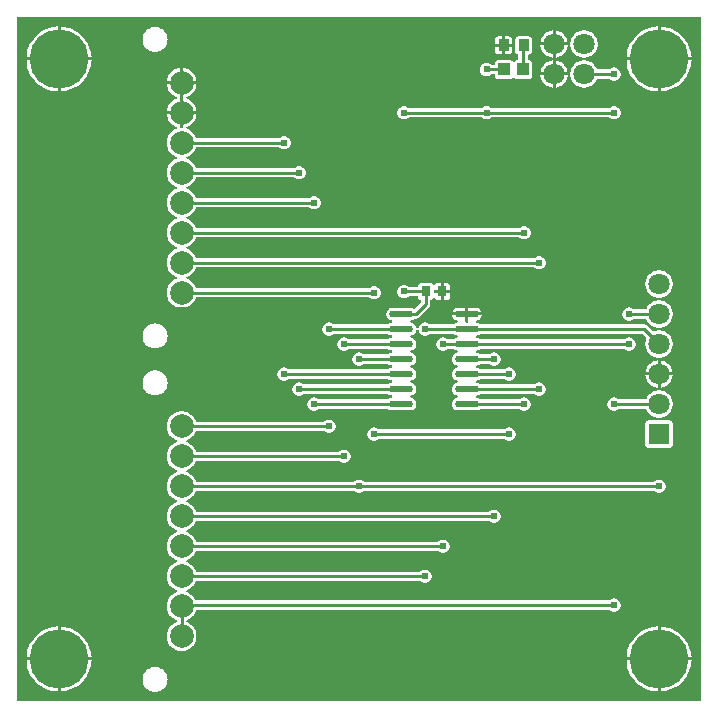
<source format=gtl>
G04 Layer: TopLayer*
G04 EasyEDA v6.5.29, 2023-07-18 11:26:45*
G04 cfaeab296f654171ba214e89deb0133b,5a6b42c53f6a479593ecc07194224c93,10*
G04 Gerber Generator version 0.2*
G04 Scale: 100 percent, Rotated: No, Reflected: No *
G04 Dimensions in millimeters *
G04 leading zeros omitted , absolute positions ,4 integer and 5 decimal *
%FSLAX45Y45*%
%MOMM*%

%ADD10C,0.2540*%
%ADD11R,1.0000X1.1000*%
%ADD12R,0.8999X1.0000*%
%ADD13R,0.8000X0.9000*%
%ADD14O,2.0379944X0.5739892*%
%ADD15C,1.8000*%
%ADD16R,1.8000X1.8000*%
%ADD17C,5.0000*%
%ADD18C,2.0000*%
%ADD19C,0.6096*%
%ADD20C,0.0121*%

%LPD*%
G36*
X36068Y25908D02*
G01*
X32156Y26670D01*
X28905Y28905D01*
X26670Y32156D01*
X25908Y36068D01*
X25908Y5805932D01*
X26670Y5809792D01*
X28905Y5813094D01*
X32156Y5815330D01*
X36068Y5816092D01*
X5805932Y5815584D01*
X5809843Y5814822D01*
X5813094Y5812637D01*
X5815330Y5809335D01*
X5816092Y5805424D01*
X5816092Y36068D01*
X5815330Y32156D01*
X5813094Y28905D01*
X5809843Y26670D01*
X5805932Y25908D01*
G37*

%LPC*%
G36*
X4456887Y5600700D02*
G01*
X4559300Y5600700D01*
X4559300Y5702960D01*
X4550308Y5701842D01*
X4536186Y5698236D01*
X4522673Y5692851D01*
X4509922Y5685840D01*
X4498136Y5677306D01*
X4487519Y5667349D01*
X4478223Y5656122D01*
X4470450Y5643829D01*
X4464253Y5630672D01*
X4459732Y5616803D01*
X4457039Y5602528D01*
G37*
G36*
X5448300Y105562D02*
G01*
X5448300Y368300D01*
X5185664Y368300D01*
X5186070Y357936D01*
X5188966Y334975D01*
X5193792Y312369D01*
X5200446Y290271D01*
X5208981Y268782D01*
X5219242Y248107D01*
X5231180Y228295D01*
X5244795Y209600D01*
X5259882Y192125D01*
X5276392Y175971D01*
X5294172Y161239D01*
X5313172Y148031D01*
X5333187Y136499D01*
X5354066Y126644D01*
X5375757Y118618D01*
X5398008Y112369D01*
X5420715Y108051D01*
X5443677Y105664D01*
G37*
G36*
X368300Y105562D02*
G01*
X368300Y368300D01*
X105664Y368300D01*
X106070Y357936D01*
X108966Y334975D01*
X113792Y312369D01*
X120446Y290271D01*
X128981Y268782D01*
X139242Y248107D01*
X151180Y228295D01*
X164795Y209600D01*
X179882Y192125D01*
X196392Y175971D01*
X214172Y161239D01*
X233171Y148031D01*
X253187Y136499D01*
X274066Y126644D01*
X295757Y118618D01*
X318008Y112369D01*
X340715Y108051D01*
X363677Y105664D01*
G37*
G36*
X5473700Y105613D02*
G01*
X5489854Y106629D01*
X5512714Y109982D01*
X5535218Y115265D01*
X5557164Y122428D01*
X5578500Y131368D01*
X5598972Y142087D01*
X5618480Y154432D01*
X5636869Y168402D01*
X5654040Y183896D01*
X5669838Y200710D01*
X5684215Y218846D01*
X5697016Y238099D01*
X5708142Y258317D01*
X5717540Y279450D01*
X5725109Y301244D01*
X5730849Y323646D01*
X5734710Y346405D01*
X5736590Y368300D01*
X5473700Y368300D01*
G37*
G36*
X393700Y105613D02*
G01*
X409854Y106629D01*
X432714Y109982D01*
X455218Y115265D01*
X477164Y122428D01*
X498500Y131368D01*
X518972Y142087D01*
X538480Y154432D01*
X556869Y168402D01*
X574040Y183896D01*
X589838Y200710D01*
X604215Y218846D01*
X617016Y238099D01*
X628142Y258317D01*
X637540Y279450D01*
X645109Y301244D01*
X650849Y323646D01*
X654710Y346405D01*
X656590Y368300D01*
X393700Y368300D01*
G37*
G36*
X105664Y393700D02*
G01*
X368300Y393700D01*
X368300Y656437D01*
X363677Y656336D01*
X340715Y653948D01*
X318008Y649630D01*
X295757Y643382D01*
X274066Y635355D01*
X253187Y625500D01*
X233171Y613968D01*
X214172Y600760D01*
X196392Y586028D01*
X179882Y569874D01*
X164795Y552348D01*
X151180Y533704D01*
X139242Y513892D01*
X128981Y493217D01*
X120446Y471728D01*
X113792Y449630D01*
X108966Y427024D01*
X106070Y404063D01*
G37*
G36*
X5185664Y393700D02*
G01*
X5448300Y393700D01*
X5448300Y656437D01*
X5443677Y656336D01*
X5420715Y653948D01*
X5398008Y649630D01*
X5375757Y643382D01*
X5354066Y635355D01*
X5333187Y625500D01*
X5313172Y613968D01*
X5294172Y600760D01*
X5276392Y586028D01*
X5259882Y569874D01*
X5244795Y552348D01*
X5231180Y533704D01*
X5219242Y513892D01*
X5208981Y493217D01*
X5200446Y471728D01*
X5193792Y449630D01*
X5188966Y427024D01*
X5186070Y404063D01*
G37*
G36*
X5473700Y393700D02*
G01*
X5736590Y393700D01*
X5734710Y415594D01*
X5730849Y438353D01*
X5725109Y460756D01*
X5717540Y482549D01*
X5708142Y503682D01*
X5697016Y523900D01*
X5684215Y543153D01*
X5669838Y561289D01*
X5654040Y578104D01*
X5636869Y593598D01*
X5618480Y607568D01*
X5598972Y619912D01*
X5578500Y630631D01*
X5557164Y639572D01*
X5535218Y646734D01*
X5512714Y652018D01*
X5489854Y655370D01*
X5473700Y656386D01*
G37*
G36*
X393700Y393700D02*
G01*
X656590Y393700D01*
X654710Y415594D01*
X650849Y438353D01*
X645109Y460756D01*
X637540Y482549D01*
X628142Y503682D01*
X617016Y523900D01*
X604215Y543153D01*
X589838Y561289D01*
X574040Y578104D01*
X556869Y593598D01*
X538480Y607568D01*
X518972Y619912D01*
X498500Y630631D01*
X477164Y639572D01*
X455218Y646734D01*
X432714Y652018D01*
X409854Y655370D01*
X393700Y656386D01*
G37*
G36*
X1418793Y448411D02*
G01*
X1433982Y449326D01*
X1448917Y452069D01*
X1463446Y456590D01*
X1477314Y462838D01*
X1490319Y470712D01*
X1502308Y480059D01*
X1513027Y490829D01*
X1522425Y502767D01*
X1530299Y515823D01*
X1536496Y529640D01*
X1541018Y544169D01*
X1543761Y559104D01*
X1544675Y574294D01*
X1543761Y589483D01*
X1541018Y604418D01*
X1536496Y618947D01*
X1530299Y632815D01*
X1522425Y645820D01*
X1513027Y657758D01*
X1502308Y668528D01*
X1490319Y677926D01*
X1477314Y685749D01*
X1463395Y692048D01*
X1460246Y694232D01*
X1458163Y697484D01*
X1457452Y701294D01*
X1458163Y705053D01*
X1460246Y708304D01*
X1463395Y710539D01*
X1477314Y716838D01*
X1490319Y724712D01*
X1502308Y734060D01*
X1513027Y744829D01*
X1522425Y756767D01*
X1530299Y769823D01*
X1536496Y783640D01*
X1539240Y792429D01*
X1541373Y796188D01*
X1544777Y798677D01*
X1548942Y799592D01*
X5034991Y799592D01*
X5038902Y798830D01*
X5042204Y796594D01*
X5043779Y795020D01*
X5051806Y789381D01*
X5060746Y785266D01*
X5070195Y782726D01*
X5080000Y781862D01*
X5089804Y782726D01*
X5099253Y785266D01*
X5108194Y789381D01*
X5116220Y795020D01*
X5123180Y801979D01*
X5128818Y810006D01*
X5132933Y818946D01*
X5135473Y828395D01*
X5136337Y838200D01*
X5135473Y848004D01*
X5132933Y857453D01*
X5128818Y866394D01*
X5123180Y874420D01*
X5116220Y881380D01*
X5108194Y887018D01*
X5099253Y891133D01*
X5089804Y893673D01*
X5080000Y894537D01*
X5070195Y893673D01*
X5060746Y891133D01*
X5051806Y887018D01*
X5043779Y881380D01*
X5042204Y879805D01*
X5038902Y877569D01*
X5034991Y876808D01*
X1541322Y876808D01*
X1537563Y877519D01*
X1534312Y879652D01*
X1532077Y882802D01*
X1530299Y886815D01*
X1522425Y899820D01*
X1513027Y911758D01*
X1502308Y922528D01*
X1490319Y931926D01*
X1477314Y939749D01*
X1463395Y946048D01*
X1460246Y948283D01*
X1458112Y951484D01*
X1457401Y955294D01*
X1458112Y959103D01*
X1460246Y962355D01*
X1463395Y964590D01*
X1477314Y970838D01*
X1490319Y978712D01*
X1502308Y988060D01*
X1513027Y998829D01*
X1522425Y1010767D01*
X1530299Y1023823D01*
X1536547Y1037691D01*
X1538782Y1040841D01*
X1541983Y1042974D01*
X1545793Y1043686D01*
X3434791Y1043686D01*
X3438702Y1042924D01*
X3442004Y1040688D01*
X3443579Y1039114D01*
X3451606Y1033475D01*
X3460546Y1029360D01*
X3469995Y1026820D01*
X3479800Y1025956D01*
X3489604Y1026820D01*
X3499053Y1029360D01*
X3507994Y1033475D01*
X3516020Y1039114D01*
X3522979Y1046073D01*
X3528618Y1054100D01*
X3532733Y1063040D01*
X3535273Y1072489D01*
X3536137Y1082294D01*
X3535273Y1092098D01*
X3532733Y1101547D01*
X3528618Y1110488D01*
X3522979Y1118514D01*
X3516020Y1125474D01*
X3507994Y1131112D01*
X3499053Y1135227D01*
X3489604Y1137767D01*
X3479800Y1138631D01*
X3469995Y1137767D01*
X3460546Y1135227D01*
X3451606Y1131112D01*
X3443579Y1125474D01*
X3442004Y1123899D01*
X3438702Y1121664D01*
X3434791Y1120902D01*
X1545793Y1120902D01*
X1542034Y1121664D01*
X1538782Y1123746D01*
X1536547Y1126896D01*
X1530299Y1140815D01*
X1522425Y1153820D01*
X1513027Y1165758D01*
X1502308Y1176528D01*
X1490319Y1185926D01*
X1477314Y1193749D01*
X1463395Y1200048D01*
X1460246Y1202283D01*
X1458112Y1205484D01*
X1457401Y1209294D01*
X1458112Y1213104D01*
X1460246Y1216355D01*
X1463395Y1218590D01*
X1477314Y1224838D01*
X1490319Y1232712D01*
X1502308Y1242060D01*
X1513027Y1252829D01*
X1522425Y1264767D01*
X1530299Y1277823D01*
X1536547Y1291691D01*
X1538782Y1294841D01*
X1541983Y1296974D01*
X1545793Y1297686D01*
X3587191Y1297686D01*
X3591102Y1296924D01*
X3594404Y1294688D01*
X3595979Y1293114D01*
X3604006Y1287475D01*
X3612946Y1283360D01*
X3622395Y1280820D01*
X3632200Y1279956D01*
X3642004Y1280820D01*
X3651453Y1283360D01*
X3660394Y1287475D01*
X3668420Y1293114D01*
X3675379Y1300073D01*
X3681018Y1308100D01*
X3685133Y1317040D01*
X3687673Y1326489D01*
X3688537Y1336294D01*
X3687673Y1346098D01*
X3685133Y1355547D01*
X3681018Y1364488D01*
X3675379Y1372514D01*
X3668420Y1379474D01*
X3660394Y1385112D01*
X3651453Y1389227D01*
X3642004Y1391767D01*
X3632200Y1392631D01*
X3622395Y1391767D01*
X3612946Y1389227D01*
X3604006Y1385112D01*
X3595979Y1379474D01*
X3594404Y1377899D01*
X3591102Y1375664D01*
X3587191Y1374902D01*
X1545793Y1374902D01*
X1542034Y1375664D01*
X1538782Y1377746D01*
X1536547Y1380896D01*
X1530299Y1394815D01*
X1522425Y1407820D01*
X1513027Y1419758D01*
X1502308Y1430528D01*
X1490319Y1439926D01*
X1477314Y1447749D01*
X1463395Y1454048D01*
X1460246Y1456283D01*
X1458112Y1459484D01*
X1457401Y1463294D01*
X1458112Y1467104D01*
X1460246Y1470355D01*
X1463395Y1472590D01*
X1477314Y1478838D01*
X1490319Y1486712D01*
X1502308Y1496060D01*
X1513027Y1506829D01*
X1522425Y1518767D01*
X1530299Y1531823D01*
X1536547Y1545691D01*
X1538782Y1548841D01*
X1541983Y1550974D01*
X1545793Y1551686D01*
X4018991Y1551686D01*
X4022902Y1550924D01*
X4026204Y1548688D01*
X4027779Y1547114D01*
X4035806Y1541475D01*
X4044746Y1537360D01*
X4054195Y1534820D01*
X4064000Y1533956D01*
X4073804Y1534820D01*
X4083253Y1537360D01*
X4092194Y1541475D01*
X4100220Y1547114D01*
X4107179Y1554073D01*
X4112818Y1562100D01*
X4116933Y1571040D01*
X4119473Y1580489D01*
X4120337Y1590294D01*
X4119473Y1600098D01*
X4116933Y1609547D01*
X4112818Y1618488D01*
X4107179Y1626514D01*
X4100220Y1633474D01*
X4092194Y1639112D01*
X4083253Y1643227D01*
X4073804Y1645767D01*
X4064000Y1646631D01*
X4054195Y1645767D01*
X4044746Y1643227D01*
X4035806Y1639112D01*
X4027779Y1633474D01*
X4026204Y1631899D01*
X4022902Y1629664D01*
X4018991Y1628901D01*
X1545793Y1628901D01*
X1542034Y1629613D01*
X1538782Y1631746D01*
X1536547Y1634896D01*
X1530299Y1648815D01*
X1522425Y1661820D01*
X1513027Y1673758D01*
X1502308Y1684528D01*
X1490319Y1693925D01*
X1477314Y1701749D01*
X1463395Y1708048D01*
X1460246Y1710283D01*
X1458112Y1713484D01*
X1457401Y1717293D01*
X1458112Y1721104D01*
X1460246Y1724355D01*
X1463395Y1726590D01*
X1477314Y1732838D01*
X1490319Y1740712D01*
X1502308Y1750060D01*
X1513027Y1760829D01*
X1522425Y1772767D01*
X1530299Y1785823D01*
X1536547Y1799691D01*
X1538782Y1802841D01*
X1541983Y1804974D01*
X1545793Y1805686D01*
X2875991Y1805686D01*
X2879902Y1804924D01*
X2883204Y1802688D01*
X2884779Y1801114D01*
X2892806Y1795475D01*
X2901746Y1791360D01*
X2911195Y1788820D01*
X2921000Y1787956D01*
X2930804Y1788820D01*
X2940253Y1791360D01*
X2949194Y1795475D01*
X2957220Y1801114D01*
X2958795Y1802688D01*
X2962097Y1804924D01*
X2966008Y1805686D01*
X5415991Y1805686D01*
X5419902Y1804924D01*
X5423204Y1802688D01*
X5424779Y1801114D01*
X5432806Y1795475D01*
X5441746Y1791360D01*
X5451195Y1788820D01*
X5461000Y1787956D01*
X5470804Y1788820D01*
X5480253Y1791360D01*
X5489194Y1795475D01*
X5497220Y1801114D01*
X5504180Y1808073D01*
X5509818Y1816100D01*
X5513933Y1825040D01*
X5516473Y1834489D01*
X5517337Y1844293D01*
X5516473Y1854098D01*
X5513933Y1863547D01*
X5509818Y1872488D01*
X5504180Y1880514D01*
X5497220Y1887474D01*
X5489194Y1893112D01*
X5480253Y1897227D01*
X5470804Y1899767D01*
X5461000Y1900631D01*
X5451195Y1899767D01*
X5441746Y1897227D01*
X5432806Y1893112D01*
X5424779Y1887474D01*
X5423204Y1885899D01*
X5419902Y1883664D01*
X5415991Y1882902D01*
X2966008Y1882902D01*
X2962097Y1883664D01*
X2958795Y1885899D01*
X2957220Y1887474D01*
X2949194Y1893112D01*
X2940253Y1897227D01*
X2930804Y1899767D01*
X2921000Y1900631D01*
X2911195Y1899767D01*
X2901746Y1897227D01*
X2892806Y1893112D01*
X2884779Y1887474D01*
X2883204Y1885899D01*
X2879902Y1883664D01*
X2875991Y1882902D01*
X1545793Y1882902D01*
X1542034Y1883664D01*
X1538782Y1885746D01*
X1536547Y1888896D01*
X1530299Y1902815D01*
X1522425Y1915820D01*
X1513027Y1927758D01*
X1502308Y1938528D01*
X1490319Y1947925D01*
X1477314Y1955749D01*
X1463395Y1962048D01*
X1460246Y1964283D01*
X1458112Y1967484D01*
X1457401Y1971293D01*
X1458112Y1975104D01*
X1460246Y1978355D01*
X1463395Y1980590D01*
X1477314Y1986838D01*
X1490319Y1994712D01*
X1502308Y2004060D01*
X1513027Y2014829D01*
X1522425Y2026767D01*
X1530299Y2039823D01*
X1536547Y2053691D01*
X1538782Y2056841D01*
X1541983Y2058974D01*
X1545793Y2059686D01*
X2748991Y2059686D01*
X2752902Y2058924D01*
X2756204Y2056688D01*
X2757779Y2055114D01*
X2765806Y2049475D01*
X2774746Y2045360D01*
X2784195Y2042820D01*
X2794000Y2041956D01*
X2803804Y2042820D01*
X2813253Y2045360D01*
X2822194Y2049475D01*
X2830220Y2055114D01*
X2837180Y2062073D01*
X2842818Y2070100D01*
X2846933Y2079040D01*
X2849473Y2088489D01*
X2850337Y2098294D01*
X2849473Y2108098D01*
X2846933Y2117547D01*
X2842818Y2126488D01*
X2837180Y2134514D01*
X2830220Y2141474D01*
X2822194Y2147112D01*
X2813253Y2151227D01*
X2803804Y2153767D01*
X2794000Y2154631D01*
X2784195Y2153767D01*
X2774746Y2151227D01*
X2765806Y2147112D01*
X2757779Y2141474D01*
X2756204Y2139899D01*
X2752902Y2137664D01*
X2748991Y2136902D01*
X1545793Y2136902D01*
X1542034Y2137664D01*
X1538782Y2139746D01*
X1536547Y2142896D01*
X1530299Y2156815D01*
X1522425Y2169820D01*
X1513027Y2181758D01*
X1502308Y2192528D01*
X1490319Y2201926D01*
X1477314Y2209749D01*
X1463395Y2216048D01*
X1460246Y2218283D01*
X1458112Y2221484D01*
X1457401Y2225294D01*
X1458112Y2229104D01*
X1460246Y2232355D01*
X1463395Y2234590D01*
X1477314Y2240838D01*
X1490319Y2248712D01*
X1502308Y2258060D01*
X1513027Y2268829D01*
X1522425Y2280767D01*
X1530299Y2293823D01*
X1536547Y2307691D01*
X1538782Y2310841D01*
X1541983Y2312974D01*
X1545793Y2313686D01*
X2621991Y2313686D01*
X2625902Y2312924D01*
X2629204Y2310688D01*
X2630779Y2309114D01*
X2638806Y2303475D01*
X2647746Y2299360D01*
X2657195Y2296820D01*
X2667000Y2295956D01*
X2676804Y2296820D01*
X2686253Y2299360D01*
X2695194Y2303475D01*
X2703220Y2309114D01*
X2710180Y2316073D01*
X2715818Y2324100D01*
X2719933Y2333040D01*
X2722473Y2342489D01*
X2723337Y2352294D01*
X2722473Y2362098D01*
X2719933Y2371547D01*
X2715818Y2380488D01*
X2710180Y2388514D01*
X2703220Y2395474D01*
X2695194Y2401112D01*
X2686253Y2405227D01*
X2676804Y2407767D01*
X2667000Y2408631D01*
X2657195Y2407767D01*
X2647746Y2405227D01*
X2638806Y2401112D01*
X2630779Y2395474D01*
X2629204Y2393899D01*
X2625902Y2391664D01*
X2621991Y2390902D01*
X1545793Y2390902D01*
X1542034Y2391664D01*
X1538782Y2393746D01*
X1536547Y2396896D01*
X1530299Y2410815D01*
X1522425Y2423820D01*
X1513027Y2435758D01*
X1502308Y2446528D01*
X1490319Y2455926D01*
X1477314Y2463749D01*
X1463446Y2469997D01*
X1448917Y2474518D01*
X1433982Y2477262D01*
X1418793Y2478176D01*
X1403654Y2477262D01*
X1388668Y2474518D01*
X1374190Y2469997D01*
X1360322Y2463749D01*
X1347317Y2455926D01*
X1335328Y2446528D01*
X1324559Y2435758D01*
X1315212Y2423820D01*
X1307338Y2410815D01*
X1301089Y2396947D01*
X1296568Y2382418D01*
X1293825Y2367483D01*
X1292910Y2352294D01*
X1293825Y2337104D01*
X1296568Y2322169D01*
X1301089Y2307640D01*
X1307338Y2293823D01*
X1315212Y2280767D01*
X1324559Y2268829D01*
X1335328Y2258060D01*
X1347317Y2248712D01*
X1360322Y2240838D01*
X1374241Y2234590D01*
X1377391Y2232355D01*
X1379474Y2229104D01*
X1380236Y2225294D01*
X1379474Y2221484D01*
X1377391Y2218283D01*
X1374241Y2216048D01*
X1360322Y2209749D01*
X1347317Y2201926D01*
X1335328Y2192528D01*
X1324559Y2181758D01*
X1315212Y2169820D01*
X1307338Y2156815D01*
X1301089Y2142947D01*
X1296568Y2128418D01*
X1293825Y2113483D01*
X1292910Y2098294D01*
X1293825Y2083104D01*
X1296568Y2068169D01*
X1301089Y2053640D01*
X1307338Y2039823D01*
X1315212Y2026767D01*
X1324559Y2014829D01*
X1335328Y2004060D01*
X1347317Y1994712D01*
X1360322Y1986838D01*
X1374241Y1980590D01*
X1377391Y1978355D01*
X1379474Y1975104D01*
X1380236Y1971293D01*
X1379474Y1967484D01*
X1377391Y1964283D01*
X1374241Y1962048D01*
X1360322Y1955749D01*
X1347317Y1947925D01*
X1335328Y1938528D01*
X1324559Y1927758D01*
X1315212Y1915820D01*
X1307338Y1902815D01*
X1301089Y1888947D01*
X1296568Y1874418D01*
X1293825Y1859483D01*
X1292910Y1844293D01*
X1293825Y1829104D01*
X1296568Y1814169D01*
X1301089Y1799640D01*
X1307338Y1785823D01*
X1315212Y1772767D01*
X1324559Y1760829D01*
X1335328Y1750060D01*
X1347317Y1740712D01*
X1360322Y1732838D01*
X1374241Y1726590D01*
X1377391Y1724355D01*
X1379474Y1721104D01*
X1380236Y1717293D01*
X1379474Y1713484D01*
X1377391Y1710283D01*
X1374241Y1708048D01*
X1360322Y1701749D01*
X1347317Y1693925D01*
X1335328Y1684528D01*
X1324559Y1673758D01*
X1315212Y1661820D01*
X1307338Y1648815D01*
X1301089Y1634947D01*
X1296568Y1620418D01*
X1293825Y1605483D01*
X1292910Y1590294D01*
X1293825Y1575104D01*
X1296568Y1560169D01*
X1301089Y1545640D01*
X1307338Y1531823D01*
X1315212Y1518767D01*
X1324559Y1506829D01*
X1335328Y1496060D01*
X1347317Y1486712D01*
X1360322Y1478838D01*
X1374241Y1472590D01*
X1377391Y1470355D01*
X1379474Y1467104D01*
X1380236Y1463294D01*
X1379474Y1459484D01*
X1377391Y1456283D01*
X1374241Y1454048D01*
X1360322Y1447749D01*
X1347317Y1439926D01*
X1335328Y1430528D01*
X1324559Y1419758D01*
X1315212Y1407820D01*
X1307338Y1394815D01*
X1301089Y1380947D01*
X1296568Y1366418D01*
X1293825Y1351483D01*
X1292910Y1336294D01*
X1293825Y1321104D01*
X1296568Y1306169D01*
X1301089Y1291640D01*
X1307338Y1277823D01*
X1315212Y1264767D01*
X1324559Y1252829D01*
X1335328Y1242060D01*
X1347317Y1232712D01*
X1360322Y1224838D01*
X1374241Y1218590D01*
X1377391Y1216355D01*
X1379474Y1213104D01*
X1380236Y1209294D01*
X1379474Y1205484D01*
X1377391Y1202283D01*
X1374241Y1200048D01*
X1360322Y1193749D01*
X1347317Y1185926D01*
X1335328Y1176528D01*
X1324559Y1165758D01*
X1315212Y1153820D01*
X1307338Y1140815D01*
X1301089Y1126947D01*
X1296568Y1112418D01*
X1293825Y1097483D01*
X1292910Y1082294D01*
X1293825Y1067104D01*
X1296568Y1052169D01*
X1301089Y1037640D01*
X1307338Y1023823D01*
X1315212Y1010767D01*
X1324559Y998829D01*
X1335328Y988060D01*
X1347317Y978712D01*
X1360322Y970838D01*
X1374241Y964590D01*
X1377391Y962355D01*
X1379474Y959103D01*
X1380236Y955294D01*
X1379474Y951484D01*
X1377391Y948283D01*
X1374241Y946048D01*
X1360322Y939749D01*
X1347317Y931926D01*
X1335328Y922528D01*
X1324559Y911758D01*
X1315212Y899820D01*
X1307338Y886815D01*
X1301089Y872947D01*
X1296568Y858418D01*
X1293825Y843483D01*
X1292910Y828294D01*
X1293825Y813104D01*
X1296568Y798169D01*
X1301089Y783640D01*
X1307338Y769823D01*
X1315212Y756767D01*
X1324559Y744829D01*
X1335328Y734060D01*
X1347317Y724712D01*
X1360322Y716838D01*
X1374241Y710590D01*
X1377391Y708355D01*
X1379474Y705104D01*
X1380236Y701294D01*
X1379474Y697534D01*
X1377391Y694283D01*
X1374241Y692048D01*
X1360322Y685749D01*
X1347317Y677926D01*
X1335328Y668528D01*
X1324559Y657758D01*
X1315212Y645820D01*
X1307338Y632815D01*
X1301089Y618947D01*
X1296568Y604418D01*
X1293825Y589483D01*
X1292910Y574294D01*
X1293825Y559104D01*
X1296568Y544169D01*
X1301089Y529640D01*
X1307338Y515823D01*
X1315212Y502767D01*
X1324559Y490829D01*
X1335328Y480059D01*
X1347317Y470712D01*
X1360322Y462838D01*
X1374190Y456590D01*
X1388668Y452069D01*
X1403654Y449326D01*
G37*
G36*
X4584700Y5600700D02*
G01*
X4687112Y5600700D01*
X4686960Y5602528D01*
X4684268Y5616803D01*
X4679746Y5630672D01*
X4673549Y5643829D01*
X4665776Y5656122D01*
X4656480Y5667349D01*
X4645863Y5677306D01*
X4634077Y5685840D01*
X4621326Y5692851D01*
X4607814Y5698236D01*
X4593691Y5701842D01*
X4584700Y5702960D01*
G37*
G36*
X4156811Y5588000D02*
G01*
X4214977Y5588000D01*
X4214977Y5624728D01*
X4214266Y5631027D01*
X4212386Y5636514D01*
X4209288Y5641390D01*
X4205224Y5645505D01*
X4200296Y5648604D01*
X4194860Y5650484D01*
X4188510Y5651195D01*
X4156811Y5651195D01*
G37*
G36*
X4073194Y5588000D02*
G01*
X4131411Y5588000D01*
X4131411Y5651195D01*
X4099661Y5651195D01*
X4093362Y5650484D01*
X4087876Y5648604D01*
X4082999Y5645505D01*
X4078884Y5641390D01*
X4075785Y5636514D01*
X4073906Y5631027D01*
X4073194Y5624728D01*
G37*
G36*
X1193800Y5521096D02*
G01*
X1207617Y5522010D01*
X1221181Y5524703D01*
X1234338Y5529173D01*
X1246733Y5535269D01*
X1258265Y5542991D01*
X1268679Y5552135D01*
X1277823Y5562549D01*
X1285494Y5574030D01*
X1291640Y5586476D01*
X1296060Y5599582D01*
X1298803Y5613146D01*
X1299667Y5626963D01*
X1298803Y5640832D01*
X1296060Y5654395D01*
X1291640Y5667502D01*
X1285494Y5679948D01*
X1277823Y5691428D01*
X1268679Y5701842D01*
X1258265Y5710986D01*
X1246733Y5718708D01*
X1234338Y5724804D01*
X1221181Y5729274D01*
X1207617Y5731967D01*
X1193800Y5732881D01*
X1179982Y5731967D01*
X1166418Y5729274D01*
X1153261Y5724804D01*
X1140866Y5718708D01*
X1129334Y5710986D01*
X1118920Y5701842D01*
X1109776Y5691428D01*
X1102106Y5679948D01*
X1095959Y5667502D01*
X1091539Y5654395D01*
X1088796Y5640832D01*
X1087932Y5626963D01*
X1088796Y5613146D01*
X1091539Y5599582D01*
X1095959Y5586476D01*
X1102106Y5574030D01*
X1109776Y5562549D01*
X1118920Y5552135D01*
X1129334Y5542991D01*
X1140866Y5535269D01*
X1153261Y5529173D01*
X1166418Y5524703D01*
X1179982Y5522010D01*
G37*
G36*
X4156811Y5499404D02*
G01*
X4188510Y5499404D01*
X4194860Y5500116D01*
X4200296Y5501995D01*
X4205224Y5505094D01*
X4209288Y5509158D01*
X4212386Y5514086D01*
X4214266Y5519521D01*
X4214977Y5525871D01*
X4214977Y5562600D01*
X4156811Y5562600D01*
G37*
G36*
X4099661Y5499404D02*
G01*
X4131411Y5499404D01*
X4131411Y5562600D01*
X4073194Y5562600D01*
X4073194Y5525871D01*
X4073906Y5519521D01*
X4075785Y5514086D01*
X4078884Y5509158D01*
X4082999Y5505094D01*
X4087876Y5501995D01*
X4093362Y5500116D01*
G37*
G36*
X393700Y5473700D02*
G01*
X656590Y5473700D01*
X654710Y5495594D01*
X650849Y5518353D01*
X645109Y5540756D01*
X637540Y5562549D01*
X628142Y5583682D01*
X617016Y5603900D01*
X604215Y5623153D01*
X589838Y5641289D01*
X574040Y5658104D01*
X556869Y5673598D01*
X538480Y5687568D01*
X518972Y5699912D01*
X498500Y5710631D01*
X477164Y5719572D01*
X455218Y5726734D01*
X432714Y5732018D01*
X409854Y5735370D01*
X393700Y5736386D01*
G37*
G36*
X5473700Y5473700D02*
G01*
X5736590Y5473700D01*
X5734710Y5495594D01*
X5730849Y5518353D01*
X5725109Y5540756D01*
X5717540Y5562549D01*
X5708142Y5583682D01*
X5697016Y5603900D01*
X5684215Y5623153D01*
X5669838Y5641289D01*
X5654040Y5658104D01*
X5636869Y5673598D01*
X5618480Y5687568D01*
X5598972Y5699912D01*
X5578500Y5710631D01*
X5557164Y5719572D01*
X5535218Y5726734D01*
X5512714Y5732018D01*
X5489854Y5735370D01*
X5473700Y5736386D01*
G37*
G36*
X105664Y5473700D02*
G01*
X368300Y5473700D01*
X368300Y5736437D01*
X363677Y5736336D01*
X340715Y5733948D01*
X318008Y5729630D01*
X295757Y5723382D01*
X274066Y5715355D01*
X253187Y5705500D01*
X233171Y5693968D01*
X214172Y5680760D01*
X196392Y5666028D01*
X179882Y5649874D01*
X164795Y5632348D01*
X151180Y5613704D01*
X139242Y5593892D01*
X128981Y5573217D01*
X120446Y5551728D01*
X113792Y5529630D01*
X108966Y5507024D01*
X106070Y5484063D01*
G37*
G36*
X5185664Y5473700D02*
G01*
X5448300Y5473700D01*
X5448300Y5736437D01*
X5443677Y5736336D01*
X5420715Y5733948D01*
X5398008Y5729630D01*
X5375757Y5723382D01*
X5354066Y5715355D01*
X5333187Y5705500D01*
X5313172Y5693968D01*
X5294172Y5680760D01*
X5276392Y5666028D01*
X5259882Y5649874D01*
X5244795Y5632348D01*
X5231180Y5613704D01*
X5219242Y5593892D01*
X5208981Y5573217D01*
X5200446Y5551728D01*
X5193792Y5529630D01*
X5188966Y5507024D01*
X5186070Y5484063D01*
G37*
G36*
X4559300Y5473039D02*
G01*
X4559300Y5575300D01*
X4456887Y5575300D01*
X4457039Y5573471D01*
X4459732Y5559196D01*
X4464253Y5545328D01*
X4470450Y5532170D01*
X4478223Y5519877D01*
X4487519Y5508650D01*
X4498136Y5498693D01*
X4509922Y5490159D01*
X4522673Y5483148D01*
X4536186Y5477764D01*
X4550308Y5474157D01*
G37*
G36*
X4584700Y5473039D02*
G01*
X4593691Y5474157D01*
X4607814Y5477764D01*
X4621326Y5483148D01*
X4634077Y5490159D01*
X4645863Y5498693D01*
X4656480Y5508650D01*
X4665776Y5519877D01*
X4673549Y5532170D01*
X4679746Y5545328D01*
X4684268Y5559196D01*
X4686960Y5573471D01*
X4687112Y5575300D01*
X4584700Y5575300D01*
G37*
G36*
X4818735Y5472328D02*
G01*
X4833264Y5472328D01*
X4847691Y5474157D01*
X4861814Y5477764D01*
X4875326Y5483148D01*
X4888077Y5490159D01*
X4899863Y5498693D01*
X4910480Y5508650D01*
X4919776Y5519877D01*
X4927549Y5532170D01*
X4933746Y5545328D01*
X4938268Y5559196D01*
X4940960Y5573471D01*
X4941874Y5588000D01*
X4940960Y5602528D01*
X4938268Y5616803D01*
X4933746Y5630672D01*
X4927549Y5643829D01*
X4919776Y5656122D01*
X4910480Y5667349D01*
X4899863Y5677306D01*
X4888077Y5685840D01*
X4875326Y5692851D01*
X4861814Y5698236D01*
X4847691Y5701842D01*
X4833264Y5703671D01*
X4818735Y5703671D01*
X4804308Y5701842D01*
X4790186Y5698236D01*
X4776673Y5692851D01*
X4763922Y5685840D01*
X4752136Y5677306D01*
X4741519Y5667349D01*
X4732223Y5656122D01*
X4724450Y5643829D01*
X4718253Y5630672D01*
X4713732Y5616803D01*
X4711039Y5602528D01*
X4710125Y5588000D01*
X4711039Y5573471D01*
X4713732Y5559196D01*
X4718253Y5545328D01*
X4724450Y5532170D01*
X4732223Y5519877D01*
X4741519Y5508650D01*
X4752136Y5498693D01*
X4763922Y5490159D01*
X4776673Y5483148D01*
X4790186Y5477764D01*
X4804308Y5474157D01*
G37*
G36*
X4584700Y5346700D02*
G01*
X4687112Y5346700D01*
X4686960Y5348528D01*
X4684268Y5362803D01*
X4679746Y5376672D01*
X4673549Y5389829D01*
X4665776Y5402122D01*
X4656480Y5413349D01*
X4645863Y5423306D01*
X4634077Y5431840D01*
X4621326Y5438851D01*
X4607814Y5444236D01*
X4593691Y5447842D01*
X4584700Y5448960D01*
G37*
G36*
X5371592Y2170074D02*
G01*
X5550408Y2170074D01*
X5556758Y2170785D01*
X5562193Y2172716D01*
X5567121Y2175814D01*
X5571185Y2179878D01*
X5574284Y2184806D01*
X5576214Y2190242D01*
X5576925Y2196592D01*
X5576925Y2375408D01*
X5576214Y2381758D01*
X5574284Y2387193D01*
X5571185Y2392121D01*
X5567121Y2396185D01*
X5562193Y2399284D01*
X5556758Y2401214D01*
X5550408Y2401925D01*
X5371592Y2401925D01*
X5365242Y2401214D01*
X5359806Y2399284D01*
X5354878Y2396185D01*
X5350814Y2392121D01*
X5347716Y2387193D01*
X5345785Y2381758D01*
X5345074Y2375408D01*
X5345074Y2196592D01*
X5345785Y2190242D01*
X5347716Y2184806D01*
X5350814Y2179878D01*
X5354878Y2175814D01*
X5359806Y2172716D01*
X5365242Y2170785D01*
G37*
G36*
X3048000Y2229662D02*
G01*
X3057804Y2230526D01*
X3067253Y2233066D01*
X3076194Y2237181D01*
X3084220Y2242820D01*
X3085795Y2244394D01*
X3089097Y2246630D01*
X3093008Y2247392D01*
X4145991Y2247392D01*
X4149902Y2246630D01*
X4153204Y2244394D01*
X4154779Y2242820D01*
X4162806Y2237181D01*
X4171746Y2233066D01*
X4181195Y2230526D01*
X4191000Y2229662D01*
X4200804Y2230526D01*
X4210253Y2233066D01*
X4219194Y2237181D01*
X4227220Y2242820D01*
X4234180Y2249779D01*
X4239818Y2257806D01*
X4243933Y2266746D01*
X4246473Y2276195D01*
X4247337Y2286000D01*
X4246473Y2295804D01*
X4243933Y2305253D01*
X4239818Y2314194D01*
X4234180Y2322220D01*
X4227220Y2329180D01*
X4219194Y2334818D01*
X4210253Y2338933D01*
X4200804Y2341473D01*
X4191000Y2342337D01*
X4181195Y2341473D01*
X4171746Y2338933D01*
X4162806Y2334818D01*
X4154779Y2329180D01*
X4153204Y2327605D01*
X4149902Y2325370D01*
X4145991Y2324608D01*
X3093008Y2324608D01*
X3089097Y2325370D01*
X3085795Y2327605D01*
X3084220Y2329180D01*
X3076194Y2334818D01*
X3067253Y2338933D01*
X3057804Y2341473D01*
X3048000Y2342337D01*
X3038195Y2341473D01*
X3028746Y2338933D01*
X3019806Y2334818D01*
X3011779Y2329180D01*
X3004820Y2322220D01*
X2999181Y2314194D01*
X2995066Y2305253D01*
X2992526Y2295804D01*
X2991662Y2286000D01*
X2992526Y2276195D01*
X2995066Y2266746D01*
X2999181Y2257806D01*
X3004820Y2249779D01*
X3011779Y2242820D01*
X3019806Y2237181D01*
X3028746Y2233066D01*
X3038195Y2230526D01*
G37*
G36*
X4456887Y5346700D02*
G01*
X4559300Y5346700D01*
X4559300Y5448960D01*
X4550308Y5447842D01*
X4536186Y5444236D01*
X4522673Y5438851D01*
X4509922Y5431840D01*
X4498136Y5423306D01*
X4487519Y5413349D01*
X4478223Y5402122D01*
X4470450Y5389829D01*
X4464253Y5376672D01*
X4459732Y5362803D01*
X4457039Y5348528D01*
G37*
G36*
X4099661Y5291175D02*
G01*
X4198518Y5291175D01*
X4204868Y5291886D01*
X4210304Y5293817D01*
X4215231Y5296916D01*
X4219295Y5300980D01*
X4220514Y5302859D01*
X4223308Y5305806D01*
X4227068Y5307431D01*
X4231132Y5307431D01*
X4234891Y5305806D01*
X4237685Y5302859D01*
X4238904Y5300980D01*
X4242968Y5296916D01*
X4247896Y5293817D01*
X4253331Y5291886D01*
X4259681Y5291175D01*
X4358538Y5291175D01*
X4364837Y5291886D01*
X4370324Y5293817D01*
X4375200Y5296916D01*
X4379315Y5300980D01*
X4382363Y5305907D01*
X4384294Y5311343D01*
X4385005Y5317693D01*
X4385005Y5426506D01*
X4384294Y5432856D01*
X4382363Y5438292D01*
X4379315Y5443220D01*
X4375200Y5447284D01*
X4370324Y5450382D01*
X4364939Y5452262D01*
X4356862Y5453075D01*
X4353306Y5454091D01*
X4350308Y5456326D01*
X4348378Y5459526D01*
X4347667Y5463184D01*
X4347667Y5489244D01*
X4348378Y5492902D01*
X4350308Y5496052D01*
X4353306Y5498287D01*
X4356862Y5499354D01*
X4364888Y5500116D01*
X4370324Y5501995D01*
X4375200Y5505094D01*
X4379315Y5509158D01*
X4382363Y5514086D01*
X4384294Y5519521D01*
X4385005Y5525871D01*
X4385005Y5624728D01*
X4384294Y5631027D01*
X4382363Y5636514D01*
X4379315Y5641390D01*
X4375200Y5645505D01*
X4370324Y5648604D01*
X4364837Y5650484D01*
X4358538Y5651195D01*
X4269689Y5651195D01*
X4263339Y5650484D01*
X4257903Y5648604D01*
X4252976Y5645505D01*
X4248912Y5641390D01*
X4245813Y5636514D01*
X4243882Y5631027D01*
X4243171Y5624728D01*
X4243171Y5525871D01*
X4243882Y5519521D01*
X4245813Y5514086D01*
X4248912Y5509158D01*
X4252976Y5505094D01*
X4257903Y5501995D01*
X4263694Y5499963D01*
X4267200Y5497830D01*
X4269638Y5494477D01*
X4270451Y5490413D01*
X4270451Y5463184D01*
X4269790Y5459526D01*
X4267860Y5456326D01*
X4264863Y5454091D01*
X4261307Y5453075D01*
X4253280Y5452262D01*
X4247896Y5450382D01*
X4242968Y5447284D01*
X4238904Y5443220D01*
X4237685Y5441340D01*
X4234891Y5438394D01*
X4231132Y5436768D01*
X4227068Y5436768D01*
X4223308Y5438394D01*
X4220514Y5441340D01*
X4219295Y5443220D01*
X4215231Y5447284D01*
X4210304Y5450382D01*
X4204868Y5452313D01*
X4198518Y5453024D01*
X4099661Y5453024D01*
X4093362Y5452313D01*
X4087876Y5450382D01*
X4082999Y5447284D01*
X4078884Y5443220D01*
X4075836Y5438292D01*
X4073906Y5432856D01*
X4073194Y5426506D01*
X4073194Y5420868D01*
X4072432Y5416956D01*
X4070197Y5413705D01*
X4066946Y5411470D01*
X4063034Y5410708D01*
X4045508Y5410708D01*
X4041597Y5411470D01*
X4038295Y5413705D01*
X4036720Y5415280D01*
X4028694Y5420918D01*
X4019753Y5425033D01*
X4010304Y5427573D01*
X4000500Y5428437D01*
X3990695Y5427573D01*
X3981246Y5425033D01*
X3972306Y5420918D01*
X3964279Y5415280D01*
X3957320Y5408320D01*
X3951681Y5400294D01*
X3947566Y5391353D01*
X3945026Y5381904D01*
X3944162Y5372100D01*
X3945026Y5362295D01*
X3947566Y5352846D01*
X3951681Y5343906D01*
X3957320Y5335879D01*
X3964279Y5328920D01*
X3972306Y5323281D01*
X3981246Y5319166D01*
X3990695Y5316626D01*
X4000500Y5315762D01*
X4010304Y5316626D01*
X4019753Y5319166D01*
X4028694Y5323281D01*
X4036720Y5328920D01*
X4038295Y5330494D01*
X4041597Y5332730D01*
X4045508Y5333492D01*
X4063034Y5333492D01*
X4066946Y5332730D01*
X4070197Y5330494D01*
X4072432Y5327243D01*
X4073194Y5323332D01*
X4073194Y5317693D01*
X4073906Y5311343D01*
X4075836Y5305907D01*
X4078884Y5300980D01*
X4082999Y5296916D01*
X4087876Y5293817D01*
X4093362Y5291886D01*
G37*
G36*
X1293672Y5273294D02*
G01*
X1406093Y5273294D01*
X1406093Y5385714D01*
X1403604Y5385562D01*
X1388668Y5382818D01*
X1374140Y5378297D01*
X1360271Y5372049D01*
X1347266Y5364175D01*
X1335328Y5354828D01*
X1324559Y5344058D01*
X1315212Y5332120D01*
X1307338Y5319115D01*
X1301089Y5305247D01*
X1296568Y5290718D01*
X1293825Y5275783D01*
G37*
G36*
X1431493Y5273294D02*
G01*
X1543913Y5273294D01*
X1543761Y5275783D01*
X1541018Y5290718D01*
X1536496Y5305247D01*
X1530248Y5319115D01*
X1522374Y5332120D01*
X1513027Y5344058D01*
X1502257Y5354828D01*
X1490319Y5364175D01*
X1477314Y5372049D01*
X1463446Y5378297D01*
X1448917Y5382818D01*
X1433982Y5385562D01*
X1431493Y5385714D01*
G37*
G36*
X5461000Y2424125D02*
G01*
X5475528Y2425039D01*
X5489803Y2427732D01*
X5503672Y2432253D01*
X5516829Y2438450D01*
X5529122Y2446223D01*
X5540349Y2455519D01*
X5550306Y2466136D01*
X5558840Y2477922D01*
X5565851Y2490673D01*
X5571236Y2504186D01*
X5574842Y2518308D01*
X5576671Y2532735D01*
X5576671Y2547264D01*
X5574842Y2561691D01*
X5571236Y2575814D01*
X5565851Y2589326D01*
X5558840Y2602077D01*
X5550306Y2613863D01*
X5540349Y2624480D01*
X5529122Y2633776D01*
X5516829Y2641549D01*
X5503672Y2647746D01*
X5489803Y2652268D01*
X5475528Y2654960D01*
X5461000Y2655874D01*
X5446471Y2654960D01*
X5432196Y2652268D01*
X5418328Y2647746D01*
X5405170Y2641549D01*
X5392877Y2633776D01*
X5381650Y2624480D01*
X5371693Y2613863D01*
X5363159Y2602077D01*
X5356148Y2589326D01*
X5354421Y2585008D01*
X5352237Y2581656D01*
X5348935Y2579420D01*
X5344972Y2578608D01*
X5125008Y2578608D01*
X5121097Y2579370D01*
X5117795Y2581605D01*
X5116220Y2583180D01*
X5108194Y2588818D01*
X5099253Y2592933D01*
X5089804Y2595473D01*
X5080000Y2596337D01*
X5070195Y2595473D01*
X5060746Y2592933D01*
X5051806Y2588818D01*
X5043779Y2583180D01*
X5036820Y2576220D01*
X5031181Y2568194D01*
X5027066Y2559253D01*
X5024526Y2549804D01*
X5023662Y2540000D01*
X5024526Y2530195D01*
X5027066Y2520746D01*
X5031181Y2511806D01*
X5036820Y2503779D01*
X5043779Y2496820D01*
X5051806Y2491181D01*
X5060746Y2487066D01*
X5070195Y2484526D01*
X5080000Y2483662D01*
X5089804Y2484526D01*
X5099253Y2487066D01*
X5108194Y2491181D01*
X5116220Y2496820D01*
X5117795Y2498394D01*
X5121097Y2500630D01*
X5125008Y2501392D01*
X5344972Y2501392D01*
X5348935Y2500579D01*
X5352237Y2498344D01*
X5354421Y2494991D01*
X5356148Y2490673D01*
X5363159Y2477922D01*
X5371693Y2466136D01*
X5381650Y2455519D01*
X5392877Y2446223D01*
X5405170Y2438450D01*
X5418328Y2432253D01*
X5432196Y2427732D01*
X5446471Y2425039D01*
G37*
G36*
X4559300Y5219039D02*
G01*
X4559300Y5321300D01*
X4456887Y5321300D01*
X4457039Y5319471D01*
X4459732Y5305196D01*
X4464253Y5291328D01*
X4470450Y5278170D01*
X4478223Y5265877D01*
X4487519Y5254650D01*
X4498136Y5244693D01*
X4509922Y5236159D01*
X4522673Y5229148D01*
X4536186Y5223764D01*
X4550308Y5220157D01*
G37*
G36*
X2540000Y2483662D02*
G01*
X2549804Y2484526D01*
X2559253Y2487066D01*
X2568194Y2491181D01*
X2576220Y2496820D01*
X2577795Y2498394D01*
X2581097Y2500630D01*
X2585008Y2501392D01*
X3163417Y2501392D01*
X3167329Y2500630D01*
X3178606Y2492756D01*
X3187242Y2488742D01*
X3196437Y2486253D01*
X3206343Y2485390D01*
X3351834Y2485390D01*
X3361791Y2486253D01*
X3370935Y2488742D01*
X3379571Y2492756D01*
X3387394Y2498191D01*
X3394100Y2504948D01*
X3399536Y2512720D01*
X3403600Y2521356D01*
X3406038Y2530500D01*
X3406851Y2540000D01*
X3406038Y2549499D01*
X3403600Y2558643D01*
X3399536Y2567279D01*
X3394100Y2575052D01*
X3387394Y2581808D01*
X3379571Y2587244D01*
X3370935Y2591257D01*
X3361994Y2593695D01*
X3358083Y2595727D01*
X3355390Y2599182D01*
X3354425Y2603500D01*
X3355390Y2607818D01*
X3358083Y2611272D01*
X3361994Y2613304D01*
X3370935Y2615742D01*
X3379571Y2619756D01*
X3387394Y2625191D01*
X3394100Y2631948D01*
X3399536Y2639720D01*
X3403600Y2648356D01*
X3406038Y2657500D01*
X3406851Y2667000D01*
X3406038Y2676499D01*
X3403600Y2685643D01*
X3399536Y2694279D01*
X3394100Y2702052D01*
X3387394Y2708808D01*
X3379571Y2714244D01*
X3370935Y2718257D01*
X3361994Y2720695D01*
X3358083Y2722727D01*
X3355390Y2726182D01*
X3354425Y2730500D01*
X3355390Y2734818D01*
X3358083Y2738272D01*
X3361994Y2740304D01*
X3370935Y2742742D01*
X3379571Y2746756D01*
X3387394Y2752191D01*
X3394100Y2758948D01*
X3399536Y2766720D01*
X3403600Y2775356D01*
X3406038Y2784500D01*
X3406851Y2794000D01*
X3406038Y2803499D01*
X3403600Y2812643D01*
X3399536Y2821279D01*
X3394100Y2829052D01*
X3387394Y2835808D01*
X3379571Y2841244D01*
X3370935Y2845257D01*
X3361994Y2847695D01*
X3358083Y2849727D01*
X3355390Y2853182D01*
X3354425Y2857500D01*
X3355390Y2861818D01*
X3358083Y2865272D01*
X3361994Y2867304D01*
X3370935Y2869742D01*
X3379571Y2873756D01*
X3387394Y2879191D01*
X3394100Y2885948D01*
X3399536Y2893720D01*
X3403600Y2902356D01*
X3406038Y2911500D01*
X3406851Y2921000D01*
X3406038Y2930499D01*
X3403600Y2939643D01*
X3399536Y2948279D01*
X3394100Y2956052D01*
X3387394Y2962808D01*
X3379571Y2968244D01*
X3370935Y2972257D01*
X3361994Y2974695D01*
X3358083Y2976727D01*
X3355390Y2980182D01*
X3354425Y2984500D01*
X3355390Y2988818D01*
X3358083Y2992272D01*
X3361994Y2994304D01*
X3370935Y2996742D01*
X3379571Y3000756D01*
X3387394Y3006191D01*
X3394100Y3012948D01*
X3399536Y3020720D01*
X3403600Y3029356D01*
X3406038Y3038500D01*
X3406851Y3048000D01*
X3406038Y3057499D01*
X3403600Y3066643D01*
X3399536Y3075279D01*
X3394100Y3083052D01*
X3387394Y3089808D01*
X3379571Y3095244D01*
X3370935Y3099257D01*
X3361994Y3101695D01*
X3358083Y3103727D01*
X3355390Y3107182D01*
X3354425Y3111500D01*
X3355390Y3115818D01*
X3358083Y3119272D01*
X3361994Y3121304D01*
X3370935Y3123742D01*
X3379571Y3127756D01*
X3387394Y3133191D01*
X3394100Y3139948D01*
X3399536Y3147720D01*
X3403600Y3156356D01*
X3405327Y3162858D01*
X3407359Y3166719D01*
X3410813Y3169412D01*
X3415131Y3170377D01*
X3419398Y3169412D01*
X3422904Y3166719D01*
X3424936Y3162858D01*
X3426866Y3155746D01*
X3430981Y3146806D01*
X3436620Y3138779D01*
X3443579Y3131820D01*
X3451606Y3126181D01*
X3460546Y3122066D01*
X3469995Y3119526D01*
X3479800Y3118662D01*
X3489604Y3119526D01*
X3499053Y3122066D01*
X3507994Y3126181D01*
X3516020Y3131820D01*
X3517595Y3133394D01*
X3520897Y3135630D01*
X3524808Y3136392D01*
X3717239Y3136392D01*
X3721100Y3135630D01*
X3732428Y3127756D01*
X3741013Y3123742D01*
X3750005Y3121304D01*
X3753916Y3119272D01*
X3756609Y3115818D01*
X3757574Y3111500D01*
X3756609Y3107182D01*
X3753916Y3103727D01*
X3750005Y3101695D01*
X3741013Y3099257D01*
X3732428Y3095244D01*
X3721100Y3087370D01*
X3717239Y3086608D01*
X3677208Y3086608D01*
X3673297Y3087370D01*
X3669995Y3089605D01*
X3668420Y3091180D01*
X3660394Y3096818D01*
X3651453Y3100933D01*
X3642004Y3103473D01*
X3632200Y3104337D01*
X3622395Y3103473D01*
X3612946Y3100933D01*
X3604006Y3096818D01*
X3595979Y3091180D01*
X3589020Y3084220D01*
X3583381Y3076194D01*
X3579266Y3067253D01*
X3576726Y3057804D01*
X3575862Y3048000D01*
X3576726Y3038195D01*
X3579266Y3028746D01*
X3583381Y3019806D01*
X3589020Y3011779D01*
X3595979Y3004820D01*
X3604006Y2999181D01*
X3612946Y2995066D01*
X3622395Y2992526D01*
X3632200Y2991662D01*
X3642004Y2992526D01*
X3651453Y2995066D01*
X3660394Y2999181D01*
X3668420Y3004820D01*
X3669995Y3006394D01*
X3673297Y3008630D01*
X3677208Y3009392D01*
X3717239Y3009392D01*
X3721100Y3008630D01*
X3732428Y3000756D01*
X3741013Y2996742D01*
X3750005Y2994304D01*
X3753916Y2992272D01*
X3756609Y2988818D01*
X3757574Y2984500D01*
X3756609Y2980182D01*
X3753916Y2976727D01*
X3750005Y2974695D01*
X3741013Y2972257D01*
X3732428Y2968244D01*
X3724605Y2962808D01*
X3717899Y2956052D01*
X3712464Y2948279D01*
X3708400Y2939643D01*
X3705961Y2930499D01*
X3705148Y2921000D01*
X3705961Y2911500D01*
X3708400Y2902356D01*
X3712464Y2893720D01*
X3717899Y2885948D01*
X3724605Y2879191D01*
X3732428Y2873756D01*
X3741013Y2869742D01*
X3750005Y2867304D01*
X3753916Y2865272D01*
X3756609Y2861818D01*
X3757574Y2857500D01*
X3756609Y2853182D01*
X3753916Y2849727D01*
X3750005Y2847695D01*
X3741013Y2845257D01*
X3732428Y2841244D01*
X3724605Y2835808D01*
X3717899Y2829052D01*
X3712464Y2821279D01*
X3708400Y2812643D01*
X3705961Y2803499D01*
X3705148Y2794000D01*
X3705961Y2784500D01*
X3708400Y2775356D01*
X3712464Y2766720D01*
X3717899Y2758948D01*
X3724605Y2752191D01*
X3732428Y2746756D01*
X3741013Y2742742D01*
X3750005Y2740304D01*
X3753916Y2738272D01*
X3756609Y2734818D01*
X3757574Y2730500D01*
X3756609Y2726182D01*
X3753916Y2722727D01*
X3750005Y2720695D01*
X3741013Y2718257D01*
X3732428Y2714244D01*
X3724605Y2708808D01*
X3717899Y2702052D01*
X3712464Y2694279D01*
X3708400Y2685643D01*
X3705961Y2676499D01*
X3705148Y2667000D01*
X3705961Y2657500D01*
X3708400Y2648356D01*
X3712464Y2639720D01*
X3717899Y2631948D01*
X3724605Y2625191D01*
X3732428Y2619756D01*
X3741013Y2615742D01*
X3750005Y2613304D01*
X3753916Y2611272D01*
X3756609Y2607818D01*
X3757574Y2603500D01*
X3756609Y2599182D01*
X3753916Y2595727D01*
X3750005Y2593695D01*
X3741013Y2591257D01*
X3732428Y2587244D01*
X3724605Y2581808D01*
X3717899Y2575052D01*
X3712464Y2567279D01*
X3708400Y2558643D01*
X3705961Y2549499D01*
X3705148Y2540000D01*
X3705961Y2530500D01*
X3708400Y2521356D01*
X3712464Y2512720D01*
X3717899Y2504948D01*
X3724605Y2498191D01*
X3732428Y2492756D01*
X3741013Y2488742D01*
X3750208Y2486253D01*
X3760165Y2485390D01*
X3905656Y2485390D01*
X3915562Y2486253D01*
X3924757Y2488742D01*
X3933393Y2492756D01*
X3944670Y2500630D01*
X3948582Y2501392D01*
X4272991Y2501392D01*
X4276902Y2500630D01*
X4280204Y2498394D01*
X4281779Y2496820D01*
X4289806Y2491181D01*
X4298746Y2487066D01*
X4308195Y2484526D01*
X4318000Y2483662D01*
X4327804Y2484526D01*
X4337253Y2487066D01*
X4346194Y2491181D01*
X4354220Y2496820D01*
X4361180Y2503779D01*
X4366818Y2511806D01*
X4370933Y2520746D01*
X4373473Y2530195D01*
X4374337Y2540000D01*
X4373473Y2549804D01*
X4370933Y2559253D01*
X4366818Y2568194D01*
X4361180Y2576220D01*
X4354220Y2583180D01*
X4346194Y2588818D01*
X4337253Y2592933D01*
X4327804Y2595473D01*
X4318000Y2596337D01*
X4308195Y2595473D01*
X4298746Y2592933D01*
X4289806Y2588818D01*
X4281779Y2583180D01*
X4280204Y2581605D01*
X4276902Y2579370D01*
X4272991Y2578608D01*
X3948582Y2578608D01*
X3944670Y2579370D01*
X3933393Y2587244D01*
X3924757Y2591257D01*
X3915765Y2593695D01*
X3911854Y2595727D01*
X3909212Y2599182D01*
X3908247Y2603500D01*
X3909212Y2607818D01*
X3911854Y2611272D01*
X3915765Y2613304D01*
X3924757Y2615742D01*
X3933393Y2619756D01*
X3944670Y2627630D01*
X3948582Y2628392D01*
X4399991Y2628392D01*
X4403902Y2627630D01*
X4407204Y2625394D01*
X4408779Y2623820D01*
X4416806Y2618181D01*
X4425746Y2614066D01*
X4435195Y2611526D01*
X4445000Y2610662D01*
X4454804Y2611526D01*
X4464253Y2614066D01*
X4473194Y2618181D01*
X4481220Y2623820D01*
X4488180Y2630779D01*
X4493818Y2638806D01*
X4497933Y2647746D01*
X4500473Y2657195D01*
X4501337Y2667000D01*
X4500473Y2676804D01*
X4497933Y2686253D01*
X4493818Y2695194D01*
X4488180Y2703220D01*
X4481220Y2710180D01*
X4473194Y2715818D01*
X4464253Y2719933D01*
X4454804Y2722473D01*
X4445000Y2723337D01*
X4435195Y2722473D01*
X4425746Y2719933D01*
X4416806Y2715818D01*
X4408779Y2710180D01*
X4407204Y2708605D01*
X4403902Y2706370D01*
X4399991Y2705608D01*
X3948582Y2705608D01*
X3944670Y2706370D01*
X3933393Y2714244D01*
X3924757Y2718257D01*
X3915765Y2720695D01*
X3911854Y2722727D01*
X3909212Y2726182D01*
X3908247Y2730500D01*
X3909212Y2734818D01*
X3911854Y2738272D01*
X3915765Y2740304D01*
X3924757Y2742742D01*
X3933393Y2746756D01*
X3944670Y2754630D01*
X3948582Y2755392D01*
X4145991Y2755392D01*
X4149902Y2754630D01*
X4153204Y2752394D01*
X4154779Y2750820D01*
X4162806Y2745181D01*
X4171746Y2741066D01*
X4181195Y2738526D01*
X4191000Y2737662D01*
X4200804Y2738526D01*
X4210253Y2741066D01*
X4219194Y2745181D01*
X4227220Y2750820D01*
X4234180Y2757779D01*
X4239818Y2765806D01*
X4243933Y2774746D01*
X4246473Y2784195D01*
X4247337Y2794000D01*
X4246473Y2803804D01*
X4243933Y2813253D01*
X4239818Y2822194D01*
X4234180Y2830220D01*
X4227220Y2837180D01*
X4219194Y2842818D01*
X4210253Y2846933D01*
X4200804Y2849473D01*
X4191000Y2850337D01*
X4181195Y2849473D01*
X4171746Y2846933D01*
X4162806Y2842818D01*
X4154779Y2837180D01*
X4153204Y2835605D01*
X4149902Y2833370D01*
X4145991Y2832608D01*
X3948582Y2832608D01*
X3944670Y2833370D01*
X3933393Y2841244D01*
X3924757Y2845257D01*
X3915765Y2847695D01*
X3911854Y2849727D01*
X3909212Y2853182D01*
X3908247Y2857500D01*
X3909212Y2861818D01*
X3911854Y2865272D01*
X3915765Y2867304D01*
X3924757Y2869742D01*
X3933393Y2873756D01*
X3944670Y2881630D01*
X3948582Y2882392D01*
X4018991Y2882392D01*
X4022902Y2881630D01*
X4026204Y2879394D01*
X4027779Y2877820D01*
X4035806Y2872181D01*
X4044746Y2868066D01*
X4054195Y2865526D01*
X4064000Y2864662D01*
X4073804Y2865526D01*
X4083253Y2868066D01*
X4092194Y2872181D01*
X4100220Y2877820D01*
X4107179Y2884779D01*
X4112818Y2892806D01*
X4116933Y2901746D01*
X4119473Y2911195D01*
X4120337Y2921000D01*
X4119473Y2930804D01*
X4116933Y2940253D01*
X4112818Y2949194D01*
X4107179Y2957220D01*
X4100220Y2964180D01*
X4092194Y2969818D01*
X4083253Y2973933D01*
X4073804Y2976473D01*
X4064000Y2977337D01*
X4054195Y2976473D01*
X4044746Y2973933D01*
X4035806Y2969818D01*
X4027779Y2964180D01*
X4026204Y2962605D01*
X4022902Y2960370D01*
X4018991Y2959608D01*
X3948582Y2959608D01*
X3944670Y2960370D01*
X3933393Y2968244D01*
X3924757Y2972257D01*
X3915765Y2974695D01*
X3911854Y2976727D01*
X3909212Y2980182D01*
X3908247Y2984500D01*
X3909212Y2988818D01*
X3911854Y2992272D01*
X3915765Y2994304D01*
X3924757Y2996742D01*
X3933393Y3000756D01*
X3944670Y3008630D01*
X3948582Y3009392D01*
X5161991Y3009392D01*
X5165902Y3008630D01*
X5169204Y3006394D01*
X5170779Y3004820D01*
X5178806Y2999181D01*
X5187746Y2995066D01*
X5197195Y2992526D01*
X5207000Y2991662D01*
X5216804Y2992526D01*
X5226253Y2995066D01*
X5235194Y2999181D01*
X5243220Y3004820D01*
X5250180Y3011779D01*
X5255818Y3019806D01*
X5259933Y3028746D01*
X5262473Y3038195D01*
X5263337Y3048000D01*
X5262473Y3057804D01*
X5259933Y3067253D01*
X5255818Y3076194D01*
X5250180Y3084220D01*
X5243220Y3091180D01*
X5235194Y3096818D01*
X5226253Y3100933D01*
X5216804Y3103473D01*
X5207000Y3104337D01*
X5197195Y3103473D01*
X5187746Y3100933D01*
X5178806Y3096818D01*
X5170779Y3091180D01*
X5169204Y3089605D01*
X5165902Y3087370D01*
X5161991Y3086608D01*
X3948582Y3086608D01*
X3944670Y3087370D01*
X3933393Y3095244D01*
X3924757Y3099257D01*
X3915765Y3101695D01*
X3911854Y3103727D01*
X3909212Y3107182D01*
X3908247Y3111500D01*
X3909212Y3115818D01*
X3911854Y3119272D01*
X3915765Y3121304D01*
X3924757Y3123742D01*
X3933393Y3127756D01*
X3944670Y3135630D01*
X3948582Y3136392D01*
X5313781Y3136392D01*
X5317693Y3135630D01*
X5320995Y3133394D01*
X5351678Y3102711D01*
X5353862Y3099460D01*
X5354675Y3095650D01*
X5353964Y3091789D01*
X5350764Y3083814D01*
X5347157Y3069691D01*
X5345328Y3055264D01*
X5345328Y3040735D01*
X5347157Y3026308D01*
X5350764Y3012186D01*
X5356148Y2998673D01*
X5363159Y2985922D01*
X5371693Y2974136D01*
X5381650Y2963519D01*
X5392877Y2954223D01*
X5405170Y2946450D01*
X5418328Y2940253D01*
X5432196Y2935732D01*
X5446471Y2933039D01*
X5461000Y2932125D01*
X5475528Y2933039D01*
X5489803Y2935732D01*
X5503672Y2940253D01*
X5516829Y2946450D01*
X5529122Y2954223D01*
X5540349Y2963519D01*
X5550306Y2974136D01*
X5558840Y2985922D01*
X5565851Y2998673D01*
X5571236Y3012186D01*
X5574842Y3026308D01*
X5576671Y3040735D01*
X5576671Y3055264D01*
X5574842Y3069691D01*
X5571236Y3083814D01*
X5565851Y3097326D01*
X5558840Y3110077D01*
X5550306Y3121863D01*
X5540349Y3132480D01*
X5529122Y3141776D01*
X5516829Y3149549D01*
X5503672Y3155746D01*
X5489803Y3160268D01*
X5475528Y3162960D01*
X5461000Y3163874D01*
X5446471Y3162960D01*
X5432196Y3160268D01*
X5418328Y3155746D01*
X5413654Y3154476D01*
X5409590Y3155188D01*
X5406136Y3157423D01*
X5361635Y3201924D01*
X5355437Y3207054D01*
X5348732Y3210610D01*
X5341518Y3212795D01*
X5333492Y3213608D01*
X3948582Y3213608D01*
X3944670Y3214370D01*
X3933393Y3222244D01*
X3924757Y3226257D01*
X3915765Y3228695D01*
X3911854Y3230727D01*
X3909212Y3234182D01*
X3908247Y3238500D01*
X3909212Y3242818D01*
X3911854Y3246272D01*
X3915765Y3248304D01*
X3924757Y3250742D01*
X3933393Y3254756D01*
X3941165Y3260191D01*
X3947922Y3266948D01*
X3953357Y3274720D01*
X3957370Y3283356D01*
X3958996Y3289300D01*
X3845610Y3289300D01*
X3845610Y3239770D01*
X3844848Y3235858D01*
X3842613Y3232607D01*
X3839311Y3230372D01*
X3835450Y3229610D01*
X3830370Y3229610D01*
X3826459Y3230372D01*
X3823157Y3232607D01*
X3820972Y3235858D01*
X3820210Y3239770D01*
X3820210Y3289300D01*
X3706825Y3289300D01*
X3708400Y3283356D01*
X3712464Y3274720D01*
X3717899Y3266948D01*
X3724605Y3260191D01*
X3732428Y3254756D01*
X3741013Y3250742D01*
X3750005Y3248304D01*
X3753916Y3246272D01*
X3756609Y3242818D01*
X3757574Y3238500D01*
X3756609Y3234182D01*
X3753916Y3230727D01*
X3750005Y3228695D01*
X3741013Y3226257D01*
X3732428Y3222244D01*
X3721100Y3214370D01*
X3717239Y3213608D01*
X3524808Y3213608D01*
X3520897Y3214370D01*
X3517595Y3216605D01*
X3516020Y3218180D01*
X3507994Y3223818D01*
X3499053Y3227933D01*
X3489604Y3230473D01*
X3479800Y3231337D01*
X3469995Y3230473D01*
X3460546Y3227933D01*
X3451606Y3223818D01*
X3443579Y3218180D01*
X3436620Y3211220D01*
X3430981Y3203194D01*
X3426866Y3194253D01*
X3424936Y3187141D01*
X3422904Y3183280D01*
X3419398Y3180588D01*
X3415131Y3179622D01*
X3410813Y3180588D01*
X3407359Y3183280D01*
X3405327Y3187141D01*
X3403600Y3193643D01*
X3399536Y3202279D01*
X3394100Y3210052D01*
X3387394Y3216808D01*
X3379571Y3222244D01*
X3370935Y3226257D01*
X3361994Y3228695D01*
X3358083Y3230727D01*
X3355390Y3234182D01*
X3354425Y3238500D01*
X3355390Y3242818D01*
X3358083Y3246272D01*
X3361994Y3248304D01*
X3370935Y3250742D01*
X3379571Y3254756D01*
X3390900Y3262629D01*
X3394760Y3263392D01*
X3403092Y3263392D01*
X3411118Y3264204D01*
X3418332Y3266389D01*
X3425037Y3269945D01*
X3431235Y3275076D01*
X3512921Y3356762D01*
X3518052Y3362960D01*
X3521608Y3369614D01*
X3523792Y3376879D01*
X3524605Y3384905D01*
X3524605Y3412591D01*
X3525469Y3416655D01*
X3527856Y3420059D01*
X3531412Y3422192D01*
X3537204Y3424224D01*
X3542131Y3427272D01*
X3546195Y3431387D01*
X3547414Y3433267D01*
X3550208Y3436213D01*
X3553968Y3437839D01*
X3558032Y3437839D01*
X3561791Y3436213D01*
X3564585Y3433267D01*
X3565804Y3431387D01*
X3569868Y3427272D01*
X3574796Y3424224D01*
X3580231Y3422294D01*
X3586581Y3421583D01*
X3613302Y3421583D01*
X3613302Y3479800D01*
X3562096Y3479800D01*
X3558184Y3480562D01*
X3554882Y3482797D01*
X3552698Y3486048D01*
X3551936Y3489960D01*
X3551936Y3495040D01*
X3552698Y3498951D01*
X3554882Y3502202D01*
X3558184Y3504437D01*
X3562096Y3505200D01*
X3613302Y3505200D01*
X3613302Y3563416D01*
X3586581Y3563416D01*
X3580231Y3562705D01*
X3574796Y3560775D01*
X3569868Y3557727D01*
X3565804Y3553612D01*
X3564585Y3551732D01*
X3561791Y3548786D01*
X3558032Y3547160D01*
X3553968Y3547160D01*
X3550208Y3548786D01*
X3547414Y3551732D01*
X3546195Y3553612D01*
X3542131Y3557727D01*
X3537204Y3560775D01*
X3531768Y3562705D01*
X3525418Y3563416D01*
X3446576Y3563416D01*
X3440277Y3562705D01*
X3434791Y3560775D01*
X3429914Y3557727D01*
X3425799Y3553612D01*
X3422700Y3548735D01*
X3420821Y3543249D01*
X3420465Y3540150D01*
X3419398Y3536594D01*
X3417112Y3533698D01*
X3414014Y3531768D01*
X3410356Y3531108D01*
X3347008Y3531108D01*
X3343097Y3531870D01*
X3339795Y3534105D01*
X3338220Y3535679D01*
X3330194Y3541318D01*
X3321253Y3545433D01*
X3311804Y3547973D01*
X3302000Y3548837D01*
X3292195Y3547973D01*
X3282746Y3545433D01*
X3273806Y3541318D01*
X3265779Y3535679D01*
X3258820Y3528720D01*
X3253181Y3520694D01*
X3249066Y3511753D01*
X3246526Y3502304D01*
X3245662Y3492500D01*
X3246526Y3482695D01*
X3249066Y3473246D01*
X3253181Y3464306D01*
X3258820Y3456279D01*
X3265779Y3449320D01*
X3273806Y3443681D01*
X3282746Y3439566D01*
X3292195Y3437026D01*
X3302000Y3436162D01*
X3311804Y3437026D01*
X3321253Y3439566D01*
X3330194Y3443681D01*
X3338220Y3449320D01*
X3339795Y3450894D01*
X3343097Y3453129D01*
X3347008Y3453892D01*
X3410356Y3453892D01*
X3414014Y3453231D01*
X3417112Y3451301D01*
X3419398Y3448405D01*
X3420465Y3444849D01*
X3420821Y3441750D01*
X3422700Y3436264D01*
X3425799Y3431387D01*
X3429914Y3427272D01*
X3434791Y3424224D01*
X3440582Y3422192D01*
X3444138Y3420059D01*
X3446526Y3416655D01*
X3447389Y3412591D01*
X3447389Y3404615D01*
X3446627Y3400704D01*
X3444392Y3397402D01*
X3395421Y3348431D01*
X3392525Y3346399D01*
X3389122Y3345484D01*
X3385616Y3345789D01*
X3382416Y3347262D01*
X3379571Y3349244D01*
X3370935Y3353257D01*
X3361791Y3355746D01*
X3351834Y3356610D01*
X3206343Y3356610D01*
X3196437Y3355746D01*
X3187242Y3353257D01*
X3178606Y3349244D01*
X3170834Y3343808D01*
X3164078Y3337051D01*
X3158642Y3329279D01*
X3154629Y3320643D01*
X3152140Y3311499D01*
X3151327Y3302000D01*
X3152140Y3292500D01*
X3154629Y3283356D01*
X3158642Y3274720D01*
X3164078Y3266948D01*
X3170834Y3260191D01*
X3178606Y3254756D01*
X3187242Y3250742D01*
X3196234Y3248304D01*
X3200146Y3246272D01*
X3202787Y3242818D01*
X3203752Y3238500D01*
X3202787Y3234182D01*
X3200146Y3230727D01*
X3196234Y3228695D01*
X3187242Y3226257D01*
X3178606Y3222244D01*
X3167329Y3214370D01*
X3163417Y3213608D01*
X2712008Y3213608D01*
X2708097Y3214370D01*
X2704795Y3216605D01*
X2703220Y3218180D01*
X2695194Y3223818D01*
X2686253Y3227933D01*
X2676804Y3230473D01*
X2667000Y3231337D01*
X2657195Y3230473D01*
X2647746Y3227933D01*
X2638806Y3223818D01*
X2630779Y3218180D01*
X2623820Y3211220D01*
X2618181Y3203194D01*
X2614066Y3194253D01*
X2611526Y3184804D01*
X2610662Y3175000D01*
X2611526Y3165195D01*
X2614066Y3155746D01*
X2618181Y3146806D01*
X2623820Y3138779D01*
X2630779Y3131820D01*
X2638806Y3126181D01*
X2647746Y3122066D01*
X2657195Y3119526D01*
X2667000Y3118662D01*
X2676804Y3119526D01*
X2686253Y3122066D01*
X2695194Y3126181D01*
X2703220Y3131820D01*
X2704795Y3133394D01*
X2708097Y3135630D01*
X2712008Y3136392D01*
X3163417Y3136392D01*
X3167329Y3135630D01*
X3178606Y3127756D01*
X3187242Y3123742D01*
X3196234Y3121304D01*
X3200146Y3119272D01*
X3202787Y3115818D01*
X3203752Y3111500D01*
X3202787Y3107182D01*
X3200146Y3103727D01*
X3196234Y3101695D01*
X3187242Y3099257D01*
X3178606Y3095244D01*
X3167329Y3087370D01*
X3163417Y3086608D01*
X2839008Y3086608D01*
X2835097Y3087370D01*
X2831795Y3089605D01*
X2830220Y3091180D01*
X2822194Y3096818D01*
X2813253Y3100933D01*
X2803804Y3103473D01*
X2794000Y3104337D01*
X2784195Y3103473D01*
X2774746Y3100933D01*
X2765806Y3096818D01*
X2757779Y3091180D01*
X2750820Y3084220D01*
X2745181Y3076194D01*
X2741066Y3067253D01*
X2738526Y3057804D01*
X2737662Y3048000D01*
X2738526Y3038195D01*
X2741066Y3028746D01*
X2745181Y3019806D01*
X2750820Y3011779D01*
X2757779Y3004820D01*
X2765806Y2999181D01*
X2774746Y2995066D01*
X2784195Y2992526D01*
X2794000Y2991662D01*
X2803804Y2992526D01*
X2813253Y2995066D01*
X2822194Y2999181D01*
X2830220Y3004820D01*
X2831795Y3006394D01*
X2835097Y3008630D01*
X2839008Y3009392D01*
X3163417Y3009392D01*
X3167329Y3008630D01*
X3178606Y3000756D01*
X3187242Y2996742D01*
X3196234Y2994304D01*
X3200146Y2992272D01*
X3202787Y2988818D01*
X3203752Y2984500D01*
X3202787Y2980182D01*
X3200146Y2976727D01*
X3196234Y2974695D01*
X3187242Y2972257D01*
X3178606Y2968244D01*
X3167329Y2960370D01*
X3163417Y2959608D01*
X2966008Y2959608D01*
X2962097Y2960370D01*
X2958795Y2962605D01*
X2957220Y2964180D01*
X2949194Y2969818D01*
X2940253Y2973933D01*
X2930804Y2976473D01*
X2921000Y2977337D01*
X2911195Y2976473D01*
X2901746Y2973933D01*
X2892806Y2969818D01*
X2884779Y2964180D01*
X2877820Y2957220D01*
X2872181Y2949194D01*
X2868066Y2940253D01*
X2865526Y2930804D01*
X2864662Y2921000D01*
X2865526Y2911195D01*
X2868066Y2901746D01*
X2872181Y2892806D01*
X2877820Y2884779D01*
X2884779Y2877820D01*
X2892806Y2872181D01*
X2901746Y2868066D01*
X2911195Y2865526D01*
X2921000Y2864662D01*
X2930804Y2865526D01*
X2940253Y2868066D01*
X2949194Y2872181D01*
X2957220Y2877820D01*
X2958795Y2879394D01*
X2962097Y2881630D01*
X2966008Y2882392D01*
X3163417Y2882392D01*
X3167329Y2881630D01*
X3178606Y2873756D01*
X3187242Y2869742D01*
X3196234Y2867304D01*
X3200146Y2865272D01*
X3202787Y2861818D01*
X3203752Y2857500D01*
X3202787Y2853182D01*
X3200146Y2849727D01*
X3196234Y2847695D01*
X3187242Y2845257D01*
X3178606Y2841244D01*
X3167329Y2833370D01*
X3163417Y2832608D01*
X2331008Y2832608D01*
X2327097Y2833370D01*
X2323795Y2835605D01*
X2322220Y2837180D01*
X2314194Y2842818D01*
X2305253Y2846933D01*
X2295804Y2849473D01*
X2286000Y2850337D01*
X2276195Y2849473D01*
X2266746Y2846933D01*
X2257806Y2842818D01*
X2249779Y2837180D01*
X2242820Y2830220D01*
X2237181Y2822194D01*
X2233066Y2813253D01*
X2230526Y2803804D01*
X2229662Y2794000D01*
X2230526Y2784195D01*
X2233066Y2774746D01*
X2237181Y2765806D01*
X2242820Y2757779D01*
X2249779Y2750820D01*
X2257806Y2745181D01*
X2266746Y2741066D01*
X2276195Y2738526D01*
X2286000Y2737662D01*
X2295804Y2738526D01*
X2305253Y2741066D01*
X2314194Y2745181D01*
X2322220Y2750820D01*
X2323795Y2752394D01*
X2327097Y2754630D01*
X2331008Y2755392D01*
X3163417Y2755392D01*
X3167329Y2754630D01*
X3178606Y2746756D01*
X3187242Y2742742D01*
X3196234Y2740304D01*
X3200146Y2738272D01*
X3202787Y2734818D01*
X3203752Y2730500D01*
X3202787Y2726182D01*
X3200146Y2722727D01*
X3196234Y2720695D01*
X3187242Y2718257D01*
X3178606Y2714244D01*
X3167329Y2706370D01*
X3163417Y2705608D01*
X2458008Y2705608D01*
X2454097Y2706370D01*
X2450795Y2708605D01*
X2449220Y2710180D01*
X2441194Y2715818D01*
X2432253Y2719933D01*
X2422804Y2722473D01*
X2413000Y2723337D01*
X2403195Y2722473D01*
X2393746Y2719933D01*
X2384806Y2715818D01*
X2376779Y2710180D01*
X2369820Y2703220D01*
X2364181Y2695194D01*
X2360066Y2686253D01*
X2357526Y2676804D01*
X2356662Y2667000D01*
X2357526Y2657195D01*
X2360066Y2647746D01*
X2364181Y2638806D01*
X2369820Y2630779D01*
X2376779Y2623820D01*
X2384806Y2618181D01*
X2393746Y2614066D01*
X2403195Y2611526D01*
X2413000Y2610662D01*
X2422804Y2611526D01*
X2432253Y2614066D01*
X2441194Y2618181D01*
X2449220Y2623820D01*
X2450795Y2625394D01*
X2454097Y2627630D01*
X2458008Y2628392D01*
X3163417Y2628392D01*
X3167329Y2627630D01*
X3178606Y2619756D01*
X3187242Y2615742D01*
X3196234Y2613304D01*
X3200146Y2611272D01*
X3202787Y2607818D01*
X3203752Y2603500D01*
X3202787Y2599182D01*
X3200146Y2595727D01*
X3196234Y2593695D01*
X3187242Y2591257D01*
X3178606Y2587244D01*
X3167329Y2579370D01*
X3163417Y2578608D01*
X2585008Y2578608D01*
X2581097Y2579370D01*
X2577795Y2581605D01*
X2576220Y2583180D01*
X2568194Y2588818D01*
X2559253Y2592933D01*
X2549804Y2595473D01*
X2540000Y2596337D01*
X2530195Y2595473D01*
X2520746Y2592933D01*
X2511806Y2588818D01*
X2503779Y2583180D01*
X2496820Y2576220D01*
X2491181Y2568194D01*
X2487066Y2559253D01*
X2484526Y2549804D01*
X2483662Y2540000D01*
X2484526Y2530195D01*
X2487066Y2520746D01*
X2491181Y2511806D01*
X2496820Y2503779D01*
X2503779Y2496820D01*
X2511806Y2491181D01*
X2520746Y2487066D01*
X2530195Y2484526D01*
G37*
G36*
X4584700Y5219039D02*
G01*
X4593691Y5220157D01*
X4607814Y5223764D01*
X4621326Y5229148D01*
X4634077Y5236159D01*
X4645863Y5244693D01*
X4656480Y5254650D01*
X4665776Y5265877D01*
X4673549Y5278170D01*
X4679746Y5291328D01*
X4684268Y5305196D01*
X4686960Y5319471D01*
X4687112Y5321300D01*
X4584700Y5321300D01*
G37*
G36*
X4818735Y5218328D02*
G01*
X4833264Y5218328D01*
X4847691Y5220157D01*
X4861814Y5223764D01*
X4875326Y5229148D01*
X4888077Y5236159D01*
X4899863Y5244693D01*
X4910480Y5254650D01*
X4919776Y5265877D01*
X4927549Y5278170D01*
X4932934Y5289550D01*
X4935169Y5292648D01*
X4938369Y5294680D01*
X4942128Y5295392D01*
X5034991Y5295392D01*
X5038902Y5294630D01*
X5042204Y5292394D01*
X5043779Y5290820D01*
X5051806Y5285181D01*
X5060746Y5281066D01*
X5070195Y5278526D01*
X5080000Y5277662D01*
X5089804Y5278526D01*
X5099253Y5281066D01*
X5108194Y5285181D01*
X5116220Y5290820D01*
X5123180Y5297779D01*
X5128818Y5305806D01*
X5132933Y5314746D01*
X5135473Y5324195D01*
X5136337Y5334000D01*
X5135473Y5343804D01*
X5132933Y5353253D01*
X5128818Y5362194D01*
X5123180Y5370220D01*
X5116220Y5377180D01*
X5108194Y5382818D01*
X5099253Y5386933D01*
X5089804Y5389473D01*
X5080000Y5390337D01*
X5070195Y5389473D01*
X5060746Y5386933D01*
X5051806Y5382818D01*
X5043779Y5377180D01*
X5042204Y5375605D01*
X5038902Y5373370D01*
X5034991Y5372608D01*
X4942128Y5372608D01*
X4938369Y5373319D01*
X4935169Y5375351D01*
X4932934Y5378450D01*
X4927549Y5389829D01*
X4919776Y5402122D01*
X4910480Y5413349D01*
X4899863Y5423306D01*
X4888077Y5431840D01*
X4875326Y5438851D01*
X4861814Y5444236D01*
X4847691Y5447842D01*
X4833264Y5449671D01*
X4818735Y5449671D01*
X4804308Y5447842D01*
X4790186Y5444236D01*
X4776673Y5438851D01*
X4763922Y5431840D01*
X4752136Y5423306D01*
X4741519Y5413349D01*
X4732223Y5402122D01*
X4724450Y5389829D01*
X4718253Y5376672D01*
X4713732Y5362803D01*
X4711039Y5348528D01*
X4710125Y5334000D01*
X4711039Y5319471D01*
X4713732Y5305196D01*
X4718253Y5291328D01*
X4724450Y5278170D01*
X4732223Y5265877D01*
X4741519Y5254650D01*
X4752136Y5244693D01*
X4763922Y5236159D01*
X4776673Y5229148D01*
X4790186Y5223764D01*
X4804308Y5220157D01*
G37*
G36*
X393700Y5185613D02*
G01*
X409854Y5186629D01*
X432714Y5189982D01*
X455218Y5195265D01*
X477164Y5202428D01*
X498500Y5211368D01*
X518972Y5222087D01*
X538480Y5234432D01*
X556869Y5248402D01*
X574040Y5263896D01*
X589838Y5280710D01*
X604215Y5298846D01*
X617016Y5318099D01*
X628142Y5338318D01*
X637540Y5359450D01*
X645109Y5381244D01*
X650849Y5403646D01*
X654710Y5426405D01*
X656590Y5448300D01*
X393700Y5448300D01*
G37*
G36*
X5473700Y5185613D02*
G01*
X5489854Y5186629D01*
X5512714Y5189982D01*
X5535218Y5195265D01*
X5557164Y5202428D01*
X5578500Y5211368D01*
X5598972Y5222087D01*
X5618480Y5234432D01*
X5636869Y5248402D01*
X5654040Y5263896D01*
X5669838Y5280710D01*
X5684215Y5298846D01*
X5697016Y5318099D01*
X5708142Y5338318D01*
X5717540Y5359450D01*
X5725109Y5381244D01*
X5730849Y5403646D01*
X5734710Y5426405D01*
X5736590Y5448300D01*
X5473700Y5448300D01*
G37*
G36*
X5448300Y5185562D02*
G01*
X5448300Y5448300D01*
X5185664Y5448300D01*
X5186070Y5437936D01*
X5188966Y5414975D01*
X5193792Y5392369D01*
X5200446Y5370271D01*
X5208981Y5348782D01*
X5219242Y5328107D01*
X5231180Y5308295D01*
X5244795Y5289600D01*
X5259882Y5272125D01*
X5276392Y5255971D01*
X5294172Y5241239D01*
X5313172Y5228031D01*
X5333187Y5216499D01*
X5354066Y5206644D01*
X5375757Y5198618D01*
X5398008Y5192369D01*
X5420715Y5188051D01*
X5443677Y5185664D01*
G37*
G36*
X368300Y5185562D02*
G01*
X368300Y5448300D01*
X105664Y5448300D01*
X106070Y5437936D01*
X108966Y5414975D01*
X113792Y5392369D01*
X120446Y5370271D01*
X128981Y5348782D01*
X139242Y5328107D01*
X151180Y5308295D01*
X164795Y5289600D01*
X179882Y5272125D01*
X196392Y5255971D01*
X214172Y5241239D01*
X233171Y5228031D01*
X253187Y5216499D01*
X274066Y5206644D01*
X295757Y5198618D01*
X318008Y5192369D01*
X340715Y5188051D01*
X363677Y5185664D01*
G37*
G36*
X1293672Y5019294D02*
G01*
X1406093Y5019294D01*
X1406093Y5247894D01*
X1293672Y5247894D01*
X1293825Y5245404D01*
X1296568Y5230469D01*
X1301089Y5215940D01*
X1307338Y5202072D01*
X1315212Y5189067D01*
X1324559Y5177129D01*
X1335328Y5166360D01*
X1347266Y5157012D01*
X1360271Y5149138D01*
X1374190Y5142839D01*
X1377391Y5140655D01*
X1379474Y5137404D01*
X1380185Y5133594D01*
X1379474Y5129784D01*
X1377391Y5126532D01*
X1374190Y5124348D01*
X1360271Y5118049D01*
X1347266Y5110175D01*
X1335328Y5100828D01*
X1324559Y5090058D01*
X1315212Y5078120D01*
X1307338Y5065115D01*
X1301089Y5051247D01*
X1296568Y5036718D01*
X1293825Y5021783D01*
G37*
G36*
X1431493Y5019294D02*
G01*
X1543913Y5019294D01*
X1543761Y5021783D01*
X1541018Y5036718D01*
X1536496Y5051247D01*
X1530248Y5065115D01*
X1522374Y5078120D01*
X1513027Y5090058D01*
X1502257Y5100828D01*
X1490319Y5110175D01*
X1477314Y5118049D01*
X1463395Y5124348D01*
X1460195Y5126532D01*
X1458112Y5129784D01*
X1457401Y5133594D01*
X1458112Y5137404D01*
X1460195Y5140655D01*
X1463395Y5142839D01*
X1477314Y5149138D01*
X1490319Y5157012D01*
X1502257Y5166360D01*
X1513027Y5177129D01*
X1522374Y5189067D01*
X1530248Y5202072D01*
X1536496Y5215940D01*
X1541018Y5230469D01*
X1543761Y5245404D01*
X1543913Y5247894D01*
X1431493Y5247894D01*
G37*
G36*
X1193800Y2612796D02*
G01*
X1207617Y2613710D01*
X1221181Y2616403D01*
X1234338Y2620873D01*
X1246733Y2626969D01*
X1258265Y2634691D01*
X1268679Y2643835D01*
X1277823Y2654249D01*
X1285494Y2665730D01*
X1291640Y2678176D01*
X1296060Y2691282D01*
X1298803Y2704896D01*
X1299667Y2718714D01*
X1298803Y2732532D01*
X1296060Y2746095D01*
X1291640Y2759202D01*
X1285494Y2771648D01*
X1277823Y2783128D01*
X1268679Y2793542D01*
X1258265Y2802686D01*
X1246733Y2810408D01*
X1234338Y2816504D01*
X1221181Y2820974D01*
X1207617Y2823667D01*
X1193800Y2824581D01*
X1179982Y2823667D01*
X1166418Y2820974D01*
X1153261Y2816504D01*
X1140866Y2810408D01*
X1129334Y2802686D01*
X1118920Y2793542D01*
X1109776Y2783128D01*
X1102106Y2771648D01*
X1095959Y2759202D01*
X1091539Y2746095D01*
X1088796Y2732532D01*
X1087932Y2718714D01*
X1088796Y2704896D01*
X1091539Y2691282D01*
X1095959Y2678176D01*
X1102106Y2665730D01*
X1109776Y2654249D01*
X1118920Y2643835D01*
X1129334Y2634691D01*
X1140866Y2626969D01*
X1153261Y2620873D01*
X1166418Y2616403D01*
X1179982Y2613710D01*
G37*
G36*
X5448300Y2678887D02*
G01*
X5448300Y2781300D01*
X5346039Y2781300D01*
X5347157Y2772308D01*
X5350764Y2758186D01*
X5356148Y2744673D01*
X5363159Y2731922D01*
X5371693Y2720136D01*
X5381650Y2709519D01*
X5392877Y2700223D01*
X5405170Y2692450D01*
X5418328Y2686253D01*
X5432196Y2681732D01*
X5446471Y2679039D01*
G37*
G36*
X5473700Y2678887D02*
G01*
X5475528Y2679039D01*
X5489803Y2681732D01*
X5503672Y2686253D01*
X5516829Y2692450D01*
X5529122Y2700223D01*
X5540349Y2709519D01*
X5550306Y2720136D01*
X5558840Y2731922D01*
X5565851Y2744673D01*
X5571236Y2758186D01*
X5574842Y2772308D01*
X5575960Y2781300D01*
X5473700Y2781300D01*
G37*
G36*
X3302000Y4950256D02*
G01*
X3311804Y4951120D01*
X3321253Y4953660D01*
X3330194Y4957775D01*
X3338220Y4963414D01*
X3339795Y4964988D01*
X3343097Y4967224D01*
X3347008Y4967986D01*
X3955491Y4967986D01*
X3959402Y4967224D01*
X3962704Y4964988D01*
X3964279Y4963414D01*
X3972306Y4957775D01*
X3981246Y4953660D01*
X3990695Y4951120D01*
X4000500Y4950256D01*
X4010304Y4951120D01*
X4019753Y4953660D01*
X4028694Y4957775D01*
X4036720Y4963414D01*
X4038295Y4964988D01*
X4041597Y4967224D01*
X4045508Y4967986D01*
X5034991Y4967986D01*
X5038902Y4967224D01*
X5042204Y4964988D01*
X5043779Y4963414D01*
X5051806Y4957775D01*
X5060746Y4953660D01*
X5070195Y4951120D01*
X5080000Y4950256D01*
X5089804Y4951120D01*
X5099253Y4953660D01*
X5108194Y4957775D01*
X5116220Y4963414D01*
X5123180Y4970373D01*
X5128818Y4978400D01*
X5132933Y4987340D01*
X5135473Y4996789D01*
X5136337Y5006594D01*
X5135473Y5016398D01*
X5132933Y5025847D01*
X5128818Y5034788D01*
X5123180Y5042814D01*
X5116220Y5049774D01*
X5108194Y5055412D01*
X5099253Y5059527D01*
X5089804Y5062067D01*
X5080000Y5062931D01*
X5070195Y5062067D01*
X5060746Y5059527D01*
X5051806Y5055412D01*
X5043779Y5049774D01*
X5042204Y5048199D01*
X5038902Y5045964D01*
X5034991Y5045202D01*
X4045508Y5045202D01*
X4041597Y5045964D01*
X4038295Y5048199D01*
X4036720Y5049774D01*
X4028694Y5055412D01*
X4019753Y5059527D01*
X4010304Y5062067D01*
X4000500Y5062931D01*
X3990695Y5062067D01*
X3981246Y5059527D01*
X3972306Y5055412D01*
X3964279Y5049774D01*
X3962704Y5048199D01*
X3959402Y5045964D01*
X3955491Y5045202D01*
X3347008Y5045202D01*
X3343097Y5045964D01*
X3339795Y5048199D01*
X3338220Y5049774D01*
X3330194Y5055412D01*
X3321253Y5059527D01*
X3311804Y5062067D01*
X3302000Y5062931D01*
X3292195Y5062067D01*
X3282746Y5059527D01*
X3273806Y5055412D01*
X3265779Y5049774D01*
X3258820Y5042814D01*
X3253181Y5034788D01*
X3249066Y5025847D01*
X3246526Y5016398D01*
X3245662Y5006594D01*
X3246526Y4996789D01*
X3249066Y4987340D01*
X3253181Y4978400D01*
X3258820Y4970373D01*
X3265779Y4963414D01*
X3273806Y4957775D01*
X3282746Y4953660D01*
X3292195Y4951120D01*
G37*
G36*
X3638702Y3505200D02*
G01*
X3691890Y3505200D01*
X3691890Y3536950D01*
X3691178Y3543249D01*
X3689299Y3548735D01*
X3686200Y3553612D01*
X3682085Y3557727D01*
X3677208Y3560775D01*
X3671722Y3562705D01*
X3665423Y3563416D01*
X3638702Y3563416D01*
G37*
G36*
X5461000Y3440125D02*
G01*
X5475528Y3441039D01*
X5489803Y3443732D01*
X5503672Y3448253D01*
X5516829Y3454450D01*
X5529122Y3462223D01*
X5540349Y3471519D01*
X5550306Y3482136D01*
X5558840Y3493922D01*
X5565851Y3506673D01*
X5571236Y3520186D01*
X5574842Y3534308D01*
X5576671Y3548735D01*
X5576671Y3563264D01*
X5574842Y3577691D01*
X5571236Y3591814D01*
X5565851Y3605326D01*
X5558840Y3618077D01*
X5550306Y3629863D01*
X5540349Y3640480D01*
X5529122Y3649776D01*
X5516829Y3657549D01*
X5503672Y3663746D01*
X5489803Y3668268D01*
X5475528Y3670960D01*
X5461000Y3671874D01*
X5446471Y3670960D01*
X5432196Y3668268D01*
X5418328Y3663746D01*
X5405170Y3657549D01*
X5392877Y3649776D01*
X5381650Y3640480D01*
X5371693Y3629863D01*
X5363159Y3618077D01*
X5356148Y3605326D01*
X5350764Y3591814D01*
X5347157Y3577691D01*
X5345328Y3563264D01*
X5345328Y3548735D01*
X5347157Y3534308D01*
X5350764Y3520186D01*
X5356148Y3506673D01*
X5363159Y3493922D01*
X5371693Y3482136D01*
X5381650Y3471519D01*
X5392877Y3462223D01*
X5405170Y3454450D01*
X5418328Y3448253D01*
X5432196Y3443732D01*
X5446471Y3441039D01*
G37*
G36*
X3638702Y3421583D02*
G01*
X3665423Y3421583D01*
X3671722Y3422294D01*
X3677208Y3424224D01*
X3682085Y3427272D01*
X3686200Y3431387D01*
X3689299Y3436264D01*
X3691178Y3441750D01*
X3691890Y3448050D01*
X3691890Y3479800D01*
X3638702Y3479800D01*
G37*
G36*
X5346039Y2806700D02*
G01*
X5448300Y2806700D01*
X5448300Y2909112D01*
X5446471Y2908960D01*
X5432196Y2906268D01*
X5418328Y2901746D01*
X5405170Y2895549D01*
X5392877Y2887776D01*
X5381650Y2878480D01*
X5371693Y2867863D01*
X5363159Y2856077D01*
X5356148Y2843326D01*
X5350764Y2829814D01*
X5347157Y2815691D01*
G37*
G36*
X5473700Y2806700D02*
G01*
X5575960Y2806700D01*
X5574842Y2815691D01*
X5571236Y2829814D01*
X5565851Y2843326D01*
X5558840Y2856077D01*
X5550306Y2867863D01*
X5540349Y2878480D01*
X5529122Y2887776D01*
X5516829Y2895549D01*
X5503672Y2901746D01*
X5489803Y2906268D01*
X5475528Y2908960D01*
X5473700Y2909112D01*
G37*
G36*
X1418793Y3356711D02*
G01*
X1433982Y3357626D01*
X1448917Y3360369D01*
X1463446Y3364890D01*
X1477314Y3371138D01*
X1490319Y3379012D01*
X1502257Y3388360D01*
X1513027Y3399129D01*
X1522374Y3411067D01*
X1530248Y3424072D01*
X1536496Y3437991D01*
X1538732Y3441141D01*
X1541983Y3443274D01*
X1545793Y3443986D01*
X3002991Y3443986D01*
X3006902Y3443224D01*
X3010204Y3440988D01*
X3011779Y3439414D01*
X3019806Y3433775D01*
X3028746Y3429660D01*
X3038195Y3427120D01*
X3048000Y3426256D01*
X3057804Y3427120D01*
X3067253Y3429660D01*
X3076194Y3433775D01*
X3084220Y3439414D01*
X3091180Y3446373D01*
X3096818Y3454400D01*
X3100933Y3463340D01*
X3103473Y3472789D01*
X3104337Y3482594D01*
X3103473Y3492398D01*
X3100933Y3501847D01*
X3096818Y3510787D01*
X3091180Y3518814D01*
X3084220Y3525774D01*
X3076194Y3531412D01*
X3067253Y3535527D01*
X3057804Y3538067D01*
X3048000Y3538931D01*
X3038195Y3538067D01*
X3028746Y3535527D01*
X3019806Y3531412D01*
X3011779Y3525774D01*
X3010204Y3524199D01*
X3006902Y3521964D01*
X3002991Y3521201D01*
X1545793Y3521201D01*
X1541983Y3521913D01*
X1538732Y3524046D01*
X1536496Y3527196D01*
X1530248Y3541115D01*
X1522374Y3554120D01*
X1513027Y3566058D01*
X1502257Y3576828D01*
X1490319Y3586175D01*
X1477314Y3594049D01*
X1463395Y3600348D01*
X1460195Y3602532D01*
X1458112Y3605784D01*
X1457401Y3609594D01*
X1458112Y3613404D01*
X1460195Y3616655D01*
X1463395Y3618839D01*
X1477314Y3625138D01*
X1490319Y3633012D01*
X1502257Y3642360D01*
X1513027Y3653129D01*
X1522374Y3665067D01*
X1530248Y3678072D01*
X1536496Y3691991D01*
X1538732Y3695141D01*
X1541983Y3697274D01*
X1545793Y3697986D01*
X4399991Y3697986D01*
X4403902Y3697224D01*
X4407204Y3694988D01*
X4408779Y3693414D01*
X4416806Y3687775D01*
X4425746Y3683660D01*
X4435195Y3681120D01*
X4445000Y3680256D01*
X4454804Y3681120D01*
X4464253Y3683660D01*
X4473194Y3687775D01*
X4481220Y3693414D01*
X4488180Y3700373D01*
X4493818Y3708400D01*
X4497933Y3717340D01*
X4500473Y3726789D01*
X4501337Y3736594D01*
X4500473Y3746398D01*
X4497933Y3755847D01*
X4493818Y3764787D01*
X4488180Y3772814D01*
X4481220Y3779774D01*
X4473194Y3785412D01*
X4464253Y3789527D01*
X4454804Y3792067D01*
X4445000Y3792931D01*
X4435195Y3792067D01*
X4425746Y3789527D01*
X4416806Y3785412D01*
X4408779Y3779774D01*
X4407204Y3778199D01*
X4403902Y3775964D01*
X4399991Y3775201D01*
X1545793Y3775201D01*
X1541983Y3775964D01*
X1538732Y3778046D01*
X1536496Y3781196D01*
X1530248Y3795115D01*
X1522374Y3808120D01*
X1513027Y3820058D01*
X1502257Y3830828D01*
X1490319Y3840175D01*
X1477314Y3848049D01*
X1463395Y3854348D01*
X1460195Y3856532D01*
X1458112Y3859784D01*
X1457401Y3863594D01*
X1458112Y3867404D01*
X1460195Y3870655D01*
X1463395Y3872839D01*
X1477314Y3879138D01*
X1490319Y3887012D01*
X1502257Y3896360D01*
X1513027Y3907129D01*
X1522374Y3919067D01*
X1530248Y3932072D01*
X1536496Y3945991D01*
X1538732Y3949141D01*
X1541983Y3951274D01*
X1545793Y3951986D01*
X4272991Y3951986D01*
X4276902Y3951224D01*
X4280204Y3948988D01*
X4281779Y3947414D01*
X4289806Y3941775D01*
X4298746Y3937660D01*
X4308195Y3935120D01*
X4318000Y3934256D01*
X4327804Y3935120D01*
X4337253Y3937660D01*
X4346194Y3941775D01*
X4354220Y3947414D01*
X4361180Y3954373D01*
X4366818Y3962400D01*
X4370933Y3971340D01*
X4373473Y3980789D01*
X4374337Y3990594D01*
X4373473Y4000398D01*
X4370933Y4009847D01*
X4366818Y4018787D01*
X4361180Y4026814D01*
X4354220Y4033774D01*
X4346194Y4039412D01*
X4337253Y4043527D01*
X4327804Y4046067D01*
X4318000Y4046931D01*
X4308195Y4046067D01*
X4298746Y4043527D01*
X4289806Y4039412D01*
X4281779Y4033774D01*
X4280204Y4032199D01*
X4276902Y4029964D01*
X4272991Y4029201D01*
X1545793Y4029201D01*
X1541983Y4029964D01*
X1538732Y4032046D01*
X1536496Y4035196D01*
X1530248Y4049115D01*
X1522374Y4062120D01*
X1513027Y4074058D01*
X1502257Y4084828D01*
X1490319Y4094175D01*
X1477314Y4102049D01*
X1463395Y4108348D01*
X1460195Y4110532D01*
X1458112Y4113784D01*
X1457401Y4117594D01*
X1458112Y4121404D01*
X1460195Y4124655D01*
X1463395Y4126839D01*
X1477314Y4133138D01*
X1490319Y4141012D01*
X1502257Y4150360D01*
X1513027Y4161129D01*
X1522374Y4173067D01*
X1530248Y4186072D01*
X1536496Y4199991D01*
X1538732Y4203141D01*
X1541983Y4205274D01*
X1545793Y4205986D01*
X2494991Y4205986D01*
X2498902Y4205224D01*
X2502204Y4202988D01*
X2503779Y4201414D01*
X2511806Y4195775D01*
X2520746Y4191660D01*
X2530195Y4189120D01*
X2540000Y4188256D01*
X2549804Y4189120D01*
X2559253Y4191660D01*
X2568194Y4195775D01*
X2576220Y4201414D01*
X2583180Y4208373D01*
X2588818Y4216400D01*
X2592933Y4225340D01*
X2595473Y4234789D01*
X2596337Y4244594D01*
X2595473Y4254398D01*
X2592933Y4263847D01*
X2588818Y4272788D01*
X2583180Y4280814D01*
X2576220Y4287774D01*
X2568194Y4293412D01*
X2559253Y4297527D01*
X2549804Y4300067D01*
X2540000Y4300931D01*
X2530195Y4300067D01*
X2520746Y4297527D01*
X2511806Y4293412D01*
X2503779Y4287774D01*
X2502204Y4286199D01*
X2498902Y4283964D01*
X2494991Y4283202D01*
X1545793Y4283202D01*
X1541983Y4283964D01*
X1538732Y4286046D01*
X1536496Y4289196D01*
X1530248Y4303115D01*
X1522374Y4316120D01*
X1513027Y4328058D01*
X1502257Y4338828D01*
X1490319Y4348175D01*
X1477314Y4356049D01*
X1463395Y4362348D01*
X1460195Y4364532D01*
X1458112Y4367784D01*
X1457401Y4371594D01*
X1458112Y4375404D01*
X1460195Y4378655D01*
X1463395Y4380839D01*
X1477314Y4387138D01*
X1490319Y4395012D01*
X1502257Y4404360D01*
X1513027Y4415129D01*
X1522374Y4427067D01*
X1530248Y4440072D01*
X1536496Y4453991D01*
X1538732Y4457141D01*
X1541983Y4459274D01*
X1545793Y4459986D01*
X2367991Y4459986D01*
X2371902Y4459224D01*
X2375204Y4456988D01*
X2376779Y4455414D01*
X2384806Y4449775D01*
X2393746Y4445660D01*
X2403195Y4443120D01*
X2413000Y4442256D01*
X2422804Y4443120D01*
X2432253Y4445660D01*
X2441194Y4449775D01*
X2449220Y4455414D01*
X2456180Y4462373D01*
X2461818Y4470400D01*
X2465933Y4479340D01*
X2468473Y4488789D01*
X2469337Y4498594D01*
X2468473Y4508398D01*
X2465933Y4517847D01*
X2461818Y4526788D01*
X2456180Y4534814D01*
X2449220Y4541774D01*
X2441194Y4547412D01*
X2432253Y4551527D01*
X2422804Y4554067D01*
X2413000Y4554931D01*
X2403195Y4554067D01*
X2393746Y4551527D01*
X2384806Y4547412D01*
X2376779Y4541774D01*
X2375204Y4540199D01*
X2371902Y4537964D01*
X2367991Y4537202D01*
X1545793Y4537202D01*
X1541983Y4537964D01*
X1538732Y4540046D01*
X1536496Y4543196D01*
X1530248Y4557115D01*
X1522374Y4570120D01*
X1513027Y4582058D01*
X1502257Y4592828D01*
X1490319Y4602175D01*
X1477314Y4610049D01*
X1463395Y4616348D01*
X1460195Y4618532D01*
X1458112Y4621784D01*
X1457401Y4625594D01*
X1458112Y4629404D01*
X1460195Y4632655D01*
X1463395Y4634839D01*
X1477314Y4641138D01*
X1490319Y4649012D01*
X1502257Y4658360D01*
X1513027Y4669129D01*
X1522374Y4681067D01*
X1530248Y4694072D01*
X1536496Y4707991D01*
X1538732Y4711141D01*
X1541983Y4713274D01*
X1545793Y4713986D01*
X2240991Y4713986D01*
X2244902Y4713224D01*
X2248204Y4710988D01*
X2249779Y4709414D01*
X2257806Y4703775D01*
X2266746Y4699660D01*
X2276195Y4697120D01*
X2286000Y4696256D01*
X2295804Y4697120D01*
X2305253Y4699660D01*
X2314194Y4703775D01*
X2322220Y4709414D01*
X2329180Y4716373D01*
X2334818Y4724400D01*
X2338933Y4733340D01*
X2341473Y4742789D01*
X2342337Y4752594D01*
X2341473Y4762398D01*
X2338933Y4771847D01*
X2334818Y4780788D01*
X2329180Y4788814D01*
X2322220Y4795774D01*
X2314194Y4801412D01*
X2305253Y4805527D01*
X2295804Y4808067D01*
X2286000Y4808931D01*
X2276195Y4808067D01*
X2266746Y4805527D01*
X2257806Y4801412D01*
X2249779Y4795774D01*
X2248204Y4794199D01*
X2244902Y4791964D01*
X2240991Y4791202D01*
X1545793Y4791202D01*
X1541983Y4791964D01*
X1538732Y4794046D01*
X1536496Y4797196D01*
X1530248Y4811115D01*
X1522374Y4824120D01*
X1513027Y4836058D01*
X1502257Y4846828D01*
X1490319Y4856175D01*
X1477314Y4864049D01*
X1463395Y4870348D01*
X1460195Y4872532D01*
X1458112Y4875784D01*
X1457401Y4879594D01*
X1458112Y4883404D01*
X1460195Y4886655D01*
X1463395Y4888839D01*
X1477314Y4895138D01*
X1490319Y4903012D01*
X1502257Y4912360D01*
X1513027Y4923129D01*
X1522374Y4935067D01*
X1530248Y4948072D01*
X1536496Y4961940D01*
X1541018Y4976469D01*
X1543761Y4991404D01*
X1543913Y4993894D01*
X1431493Y4993894D01*
X1431493Y4888484D01*
X1430731Y4884623D01*
X1428496Y4881321D01*
X1425244Y4879136D01*
X1421333Y4878324D01*
X1416253Y4878324D01*
X1412341Y4879136D01*
X1409090Y4881321D01*
X1406855Y4884623D01*
X1406093Y4888484D01*
X1406093Y4993894D01*
X1293672Y4993894D01*
X1293825Y4991404D01*
X1296568Y4976469D01*
X1301089Y4961940D01*
X1307338Y4948072D01*
X1315212Y4935067D01*
X1324559Y4923129D01*
X1335328Y4912360D01*
X1347266Y4903012D01*
X1360271Y4895138D01*
X1374190Y4888839D01*
X1377391Y4886655D01*
X1379474Y4883404D01*
X1380185Y4879594D01*
X1379474Y4875784D01*
X1377391Y4872532D01*
X1374190Y4870348D01*
X1360271Y4864049D01*
X1347266Y4856175D01*
X1335328Y4846828D01*
X1324559Y4836058D01*
X1315212Y4824120D01*
X1307338Y4811115D01*
X1301089Y4797247D01*
X1296568Y4782718D01*
X1293825Y4767783D01*
X1292910Y4752594D01*
X1293825Y4737404D01*
X1296568Y4722469D01*
X1301089Y4707940D01*
X1307338Y4694072D01*
X1315212Y4681067D01*
X1324559Y4669129D01*
X1335328Y4658360D01*
X1347266Y4649012D01*
X1360271Y4641138D01*
X1374190Y4634839D01*
X1377391Y4632655D01*
X1379474Y4629404D01*
X1380185Y4625594D01*
X1379474Y4621784D01*
X1377391Y4618532D01*
X1374190Y4616348D01*
X1360271Y4610049D01*
X1347266Y4602175D01*
X1335328Y4592828D01*
X1324559Y4582058D01*
X1315212Y4570120D01*
X1307338Y4557115D01*
X1301089Y4543247D01*
X1296568Y4528718D01*
X1293825Y4513783D01*
X1292910Y4498594D01*
X1293825Y4483404D01*
X1296568Y4468469D01*
X1301089Y4453940D01*
X1307338Y4440072D01*
X1315212Y4427067D01*
X1324559Y4415129D01*
X1335328Y4404360D01*
X1347266Y4395012D01*
X1360271Y4387138D01*
X1374190Y4380839D01*
X1377391Y4378655D01*
X1379474Y4375404D01*
X1380185Y4371594D01*
X1379474Y4367784D01*
X1377391Y4364532D01*
X1374190Y4362348D01*
X1360271Y4356049D01*
X1347266Y4348175D01*
X1335328Y4338828D01*
X1324559Y4328058D01*
X1315212Y4316120D01*
X1307338Y4303115D01*
X1301089Y4289247D01*
X1296568Y4274718D01*
X1293825Y4259783D01*
X1292910Y4244594D01*
X1293825Y4229404D01*
X1296568Y4214469D01*
X1301089Y4199940D01*
X1307338Y4186072D01*
X1315212Y4173067D01*
X1324559Y4161129D01*
X1335328Y4150360D01*
X1347266Y4141012D01*
X1360271Y4133138D01*
X1374190Y4126839D01*
X1377391Y4124655D01*
X1379474Y4121404D01*
X1380185Y4117594D01*
X1379474Y4113784D01*
X1377391Y4110532D01*
X1374190Y4108348D01*
X1360271Y4102049D01*
X1347266Y4094175D01*
X1335328Y4084828D01*
X1324559Y4074058D01*
X1315212Y4062120D01*
X1307338Y4049115D01*
X1301089Y4035247D01*
X1296568Y4020718D01*
X1293825Y4005783D01*
X1292910Y3990594D01*
X1293825Y3975404D01*
X1296568Y3960469D01*
X1301089Y3945940D01*
X1307338Y3932072D01*
X1315212Y3919067D01*
X1324559Y3907129D01*
X1335328Y3896360D01*
X1347266Y3887012D01*
X1360271Y3879138D01*
X1374190Y3872839D01*
X1377391Y3870655D01*
X1379474Y3867404D01*
X1380185Y3863594D01*
X1379474Y3859784D01*
X1377391Y3856532D01*
X1374190Y3854348D01*
X1360271Y3848049D01*
X1347266Y3840175D01*
X1335328Y3830828D01*
X1324559Y3820058D01*
X1315212Y3808120D01*
X1307338Y3795115D01*
X1301089Y3781247D01*
X1296568Y3766718D01*
X1293825Y3751783D01*
X1292910Y3736594D01*
X1293825Y3721404D01*
X1296568Y3706469D01*
X1301089Y3691940D01*
X1307338Y3678072D01*
X1315212Y3665067D01*
X1324559Y3653129D01*
X1335328Y3642360D01*
X1347266Y3633012D01*
X1360271Y3625138D01*
X1374190Y3618839D01*
X1377391Y3616655D01*
X1379474Y3613404D01*
X1380185Y3609594D01*
X1379474Y3605784D01*
X1377391Y3602532D01*
X1374190Y3600348D01*
X1360271Y3594049D01*
X1347266Y3586175D01*
X1335328Y3576828D01*
X1324559Y3566058D01*
X1315212Y3554120D01*
X1307338Y3541115D01*
X1301089Y3527247D01*
X1296568Y3512718D01*
X1293825Y3497783D01*
X1292910Y3482594D01*
X1293825Y3467404D01*
X1296568Y3452469D01*
X1301089Y3437940D01*
X1307338Y3424072D01*
X1315212Y3411067D01*
X1324559Y3399129D01*
X1335328Y3388360D01*
X1347266Y3379012D01*
X1360271Y3371138D01*
X1374140Y3364890D01*
X1388668Y3360369D01*
X1403604Y3357626D01*
G37*
G36*
X3845610Y3314700D02*
G01*
X3958996Y3314700D01*
X3957370Y3320643D01*
X3953357Y3329279D01*
X3947922Y3337051D01*
X3941165Y3343808D01*
X3933393Y3349244D01*
X3924757Y3353257D01*
X3915562Y3355746D01*
X3905656Y3356610D01*
X3845610Y3356610D01*
G37*
G36*
X3706825Y3314700D02*
G01*
X3820210Y3314700D01*
X3820210Y3356610D01*
X3760165Y3356610D01*
X3750208Y3355746D01*
X3741013Y3353257D01*
X3732428Y3349244D01*
X3724605Y3343808D01*
X3717899Y3337051D01*
X3712464Y3329279D01*
X3708400Y3320643D01*
G37*
G36*
X1193800Y102006D02*
G01*
X1207617Y102920D01*
X1221181Y105613D01*
X1234338Y110083D01*
X1246733Y116179D01*
X1258265Y123901D01*
X1268679Y133045D01*
X1277823Y143459D01*
X1285494Y154940D01*
X1291640Y167386D01*
X1296060Y180492D01*
X1298803Y194056D01*
X1299667Y207873D01*
X1298803Y221742D01*
X1296060Y235305D01*
X1291640Y248412D01*
X1285494Y260858D01*
X1277823Y272338D01*
X1268679Y282752D01*
X1258265Y291896D01*
X1246733Y299618D01*
X1234338Y305714D01*
X1221181Y310184D01*
X1207617Y312877D01*
X1193800Y313791D01*
X1179982Y312877D01*
X1166418Y310184D01*
X1153261Y305714D01*
X1140866Y299618D01*
X1129334Y291896D01*
X1118920Y282752D01*
X1109776Y272338D01*
X1102106Y260858D01*
X1095959Y248412D01*
X1091539Y235305D01*
X1088796Y221742D01*
X1087932Y207873D01*
X1088796Y194056D01*
X1091539Y180492D01*
X1095959Y167386D01*
X1102106Y154940D01*
X1109776Y143459D01*
X1118920Y133045D01*
X1129334Y123901D01*
X1140866Y116179D01*
X1153261Y110083D01*
X1166418Y105613D01*
X1179982Y102920D01*
G37*
G36*
X1193800Y3010306D02*
G01*
X1207617Y3011220D01*
X1221181Y3013913D01*
X1234338Y3018383D01*
X1246733Y3024479D01*
X1258265Y3032201D01*
X1268679Y3041345D01*
X1277823Y3051759D01*
X1285494Y3063240D01*
X1291640Y3075686D01*
X1296060Y3088792D01*
X1298803Y3102356D01*
X1299667Y3116173D01*
X1298803Y3130042D01*
X1296060Y3143605D01*
X1291640Y3156712D01*
X1285494Y3169158D01*
X1277823Y3180638D01*
X1268679Y3191052D01*
X1258265Y3200196D01*
X1246733Y3207918D01*
X1234338Y3214014D01*
X1221181Y3218484D01*
X1207617Y3221177D01*
X1193800Y3222091D01*
X1179982Y3221177D01*
X1166418Y3218484D01*
X1153261Y3214014D01*
X1140866Y3207918D01*
X1129334Y3200196D01*
X1118920Y3191052D01*
X1109776Y3180638D01*
X1102106Y3169158D01*
X1095959Y3156712D01*
X1091539Y3143605D01*
X1088796Y3130042D01*
X1087932Y3116173D01*
X1088796Y3102356D01*
X1091539Y3088792D01*
X1095959Y3075686D01*
X1102106Y3063240D01*
X1109776Y3051759D01*
X1118920Y3041345D01*
X1129334Y3032201D01*
X1140866Y3024479D01*
X1153261Y3018383D01*
X1166418Y3013913D01*
X1179982Y3011220D01*
G37*
G36*
X5461000Y3186125D02*
G01*
X5475528Y3187039D01*
X5489803Y3189732D01*
X5503672Y3194253D01*
X5516829Y3200450D01*
X5529122Y3208223D01*
X5540349Y3217519D01*
X5550306Y3228136D01*
X5558840Y3239922D01*
X5565851Y3252673D01*
X5571236Y3266186D01*
X5574842Y3280308D01*
X5576671Y3294735D01*
X5576671Y3309264D01*
X5574842Y3323691D01*
X5571236Y3337814D01*
X5565851Y3351326D01*
X5558840Y3364077D01*
X5550306Y3375863D01*
X5540349Y3386480D01*
X5529122Y3395776D01*
X5516829Y3403549D01*
X5503672Y3409746D01*
X5489803Y3414268D01*
X5475528Y3416960D01*
X5461000Y3417874D01*
X5446471Y3416960D01*
X5432196Y3414268D01*
X5418328Y3409746D01*
X5405170Y3403549D01*
X5392877Y3395776D01*
X5381650Y3386480D01*
X5371693Y3375863D01*
X5363159Y3364077D01*
X5356148Y3351326D01*
X5354421Y3347008D01*
X5352237Y3343656D01*
X5348935Y3341420D01*
X5344972Y3340608D01*
X5252008Y3340608D01*
X5248097Y3341370D01*
X5244795Y3343605D01*
X5243220Y3345179D01*
X5235194Y3350818D01*
X5226253Y3354933D01*
X5216804Y3357473D01*
X5207000Y3358337D01*
X5197195Y3357473D01*
X5187746Y3354933D01*
X5178806Y3350818D01*
X5170779Y3345179D01*
X5163820Y3338220D01*
X5158181Y3330194D01*
X5154066Y3321253D01*
X5151526Y3311804D01*
X5150662Y3302000D01*
X5151526Y3292195D01*
X5154066Y3282746D01*
X5158181Y3273806D01*
X5163820Y3265779D01*
X5170779Y3258820D01*
X5178806Y3253181D01*
X5187746Y3249066D01*
X5197195Y3246526D01*
X5207000Y3245662D01*
X5216804Y3246526D01*
X5226253Y3249066D01*
X5235194Y3253181D01*
X5243220Y3258820D01*
X5244795Y3260394D01*
X5248097Y3262629D01*
X5252008Y3263392D01*
X5344972Y3263392D01*
X5348935Y3262579D01*
X5352237Y3260344D01*
X5354421Y3256991D01*
X5356148Y3252673D01*
X5363159Y3239922D01*
X5371693Y3228136D01*
X5381650Y3217519D01*
X5392877Y3208223D01*
X5405170Y3200450D01*
X5418328Y3194253D01*
X5432196Y3189732D01*
X5446471Y3187039D01*
G37*

%LPD*%
D10*
X4826000Y5334000D02*
G01*
X5080000Y5334000D01*
X4149092Y5372100D02*
G01*
X4000500Y5372100D01*
X4314093Y5575300D02*
G01*
X4309082Y5570288D01*
X4309082Y5372100D01*
X3279091Y3302000D02*
G01*
X3403600Y3302000D01*
X3486000Y3384395D01*
X3486000Y3492500D01*
X1418790Y4752596D02*
G01*
X2286000Y4752596D01*
X2286000Y2794000D02*
G01*
X3279091Y2794000D01*
X1418790Y4498596D02*
G01*
X2413000Y4498596D01*
X2413000Y2667000D02*
G01*
X3279091Y2667000D01*
X1418790Y4244596D02*
G01*
X2540000Y4244596D01*
X2540000Y2540000D02*
G01*
X3279091Y2540000D01*
X1418816Y2352296D02*
G01*
X2667000Y2352296D01*
X2667000Y3175000D02*
G01*
X3279091Y3175000D01*
X1418816Y2098296D02*
G01*
X2794000Y2098296D01*
X2794000Y3048000D02*
G01*
X3279091Y3048000D01*
X1418816Y1844296D02*
G01*
X2921000Y1844296D01*
X2921000Y2921000D02*
G01*
X3279091Y2921000D01*
X1418790Y3990596D02*
G01*
X4318000Y3990596D01*
X4318000Y2540000D02*
G01*
X3832908Y2540000D01*
X1418790Y3736596D02*
G01*
X4445000Y3736596D01*
X4445000Y2667000D02*
G01*
X3832908Y2667000D01*
X1418816Y1336296D02*
G01*
X3632200Y1336296D01*
X3632200Y3048000D02*
G01*
X3832908Y3048000D01*
X1418816Y1082296D02*
G01*
X3479800Y1082296D01*
X3479800Y3175000D02*
G01*
X3832908Y3175000D01*
X2921000Y1844296D02*
G01*
X4699000Y1844296D01*
X1418793Y3482594D02*
G01*
X3048000Y3482594D01*
X3048000Y2286000D02*
G01*
X4191000Y2286000D01*
X4191000Y2794000D02*
G01*
X3832910Y2794000D01*
X3485997Y3492500D02*
G01*
X3302000Y3492500D01*
X1418818Y1590294D02*
G01*
X4064000Y1590294D01*
X4064000Y2921000D02*
G01*
X3832910Y2921000D01*
X3832910Y3175000D02*
G01*
X5334000Y3175000D01*
X5461000Y3048000D01*
X5080000Y2540000D02*
G01*
X5461000Y2540000D01*
X3832859Y3048000D02*
G01*
X5207000Y3048000D01*
X5207000Y3302000D02*
G01*
X5461000Y3302000D01*
X4699000Y1844296D02*
G01*
X5461000Y1844296D01*
X3302000Y5006594D02*
G01*
X4000500Y5006594D01*
X4000500Y5006594D02*
G01*
X5080000Y5006594D01*
X5080000Y838200D02*
G01*
X1428724Y838200D01*
X1418818Y828294D01*
X1418818Y828294D02*
G01*
X1418818Y574294D01*
D11*
G01*
X4149090Y5372100D03*
G01*
X4309084Y5372100D03*
D12*
G01*
X4144086Y5575300D03*
G01*
X4314088Y5575300D03*
D13*
G01*
X3485997Y3492500D03*
G01*
X3626002Y3492500D03*
D14*
G01*
X3279089Y3302000D03*
G01*
X3279089Y3175000D03*
G01*
X3279089Y3048000D03*
G01*
X3279089Y2921000D03*
G01*
X3279089Y2794000D03*
G01*
X3279089Y2667000D03*
G01*
X3279089Y2540000D03*
G01*
X3832910Y3302000D03*
G01*
X3832910Y3175000D03*
G01*
X3832910Y3048000D03*
G01*
X3832910Y2921000D03*
G01*
X3832910Y2794000D03*
G01*
X3832910Y2667000D03*
G01*
X3832910Y2540000D03*
D15*
G01*
X5461000Y3556000D03*
G01*
X5461000Y3302000D03*
G01*
X5461000Y3048000D03*
G01*
X5461000Y2794000D03*
G01*
X5461000Y2540000D03*
D16*
G01*
X5461000Y2286000D03*
D17*
G01*
X5461000Y381000D03*
G01*
X381000Y381000D03*
G01*
X381000Y5461000D03*
G01*
X5461000Y5461000D03*
D18*
G01*
X1418793Y5260594D03*
G01*
X1418793Y5006594D03*
G01*
X1418793Y4752594D03*
G01*
X1418793Y4498594D03*
G01*
X1418793Y4244594D03*
G01*
X1418793Y3990594D03*
G01*
X1418793Y3736594D03*
G01*
X1418793Y3482594D03*
G01*
X1418818Y574294D03*
G01*
X1418818Y828294D03*
G01*
X1418818Y1082294D03*
G01*
X1418818Y1336294D03*
G01*
X1418818Y1590294D03*
G01*
X1418818Y1844294D03*
G01*
X1418818Y2098294D03*
G01*
X1418818Y2352294D03*
D15*
G01*
X4826000Y5588000D03*
G01*
X4826000Y5334000D03*
G01*
X4572000Y5334000D03*
G01*
X4572000Y5588000D03*
D19*
G01*
X2286000Y4752594D03*
G01*
X2286000Y2794000D03*
G01*
X2413000Y4498594D03*
G01*
X2413000Y2667000D03*
G01*
X2540000Y4244594D03*
G01*
X2540000Y2540000D03*
G01*
X2667000Y2352294D03*
G01*
X2667000Y3175000D03*
G01*
X2794000Y2098294D03*
G01*
X2794000Y3048000D03*
G01*
X2921000Y1844294D03*
G01*
X2921000Y2921000D03*
G01*
X4318000Y3990594D03*
G01*
X4318000Y2540000D03*
G01*
X4445000Y3736594D03*
G01*
X4445000Y2667000D03*
G01*
X3632200Y1336294D03*
G01*
X3632200Y3048000D03*
G01*
X3479800Y1082294D03*
G01*
X3479800Y3175000D03*
G01*
X3048000Y3482594D03*
G01*
X3048000Y2286000D03*
G01*
X4191000Y2286000D03*
G01*
X4191000Y2794000D03*
G01*
X5080000Y5006594D03*
G01*
X3302000Y3492500D03*
G01*
X3302000Y5006594D03*
G01*
X4064000Y1590294D03*
G01*
X4064000Y2921000D03*
G01*
X5080000Y2540000D03*
G01*
X5207000Y3048000D03*
G01*
X5207000Y3302000D03*
G01*
X5461000Y1844294D03*
G01*
X4000500Y5372100D03*
G01*
X5080000Y5334000D03*
G01*
X4000500Y5006594D03*
G01*
X5080000Y838200D03*
M02*

</source>
